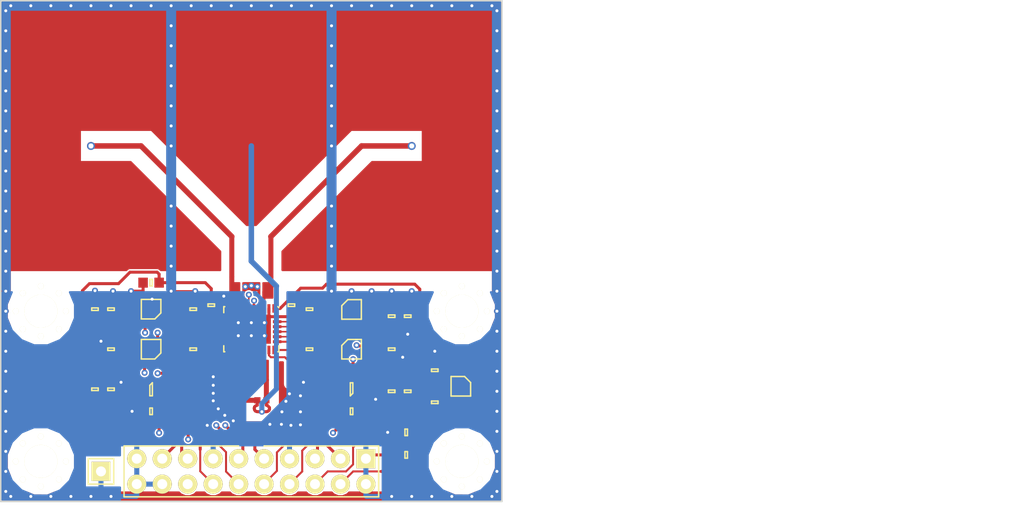
<source format=kicad_pcb>
(kicad_pcb (version 20170123) (host pcbnew no-vcs-found-01f5a12~58~ubuntu14.04.1)
  (layers (0 F.Cu signal) (1 In1.Cu signal) (2 In2.Cu signal) (31 B.Cu signal) (34 B.Paste user) (35 F.Paste user) (36 B.SilkS user) (37 F.SilkS user) (38 B.Mask user) (39 F.Mask user) (44 Edge.Cuts user))
  (net 0 "")
  (net 1 GND)
  (net 2 "Net-(IC3-Pad3)")
  (net 3 3v3)
  (net 4 "Net-(C5-Pad1)")
  (net 5 "Net-(C6-Pad2)")
  (net 6 /IFQ2_N)
  (net 7 /IFQ2_P)
  (net 8 /IFI2_P)
  (net 9 /IFI2_N)
  (net 10 "Net-(IC2-Pad16)")
  (net 11 /~CS)
  (net 12 /CLK)
  (net 13 /SI)
  (net 14 /ANA)
  (net 15 "Net-(C9-Pad2)")
  (net 16 /FREQ)
  (net 17 /IFI1_N)
  (net 18 /IFI1_P)
  (net 19 /IFQ1_P)
  (net 20 /IFQ1_N)
  (net 21 "Net-(C2-Pad1)")
  (net 22 VBATT)
  (net 23 /IFI1)
  (net 24 "Net-(IC4-Pad3)")
  (net 25 "Net-(IC4-Pad2)")
  (net 26 "Net-(IC5-Pad2)")
  (net 27 "Net-(IC5-Pad3)")
  (net 28 /IFQ1)
  (net 29 /IFI2)
  (net 30 "Net-(IC6-Pad3)")
  (net 31 "Net-(IC6-Pad2)")
  (net 32 "Net-(IC7-Pad2)")
  (net 33 "Net-(IC7-Pad3)")
  (net 34 /FINE)
  (net 35 /COARSE)
  (net 36 /IFQ2)
  (net 37 "Net-(C9-Pad1)")
  (net 38 /~SD)
  (net 39 "Net-(IC8-Pad3)")
  (net 40 /VREF2)
  (net 41 /VREF1)
  (net 42 /RX1)
  (net 43 /RX2)
  (net 44 /TX)
  (module agg:0402 (layer F.Cu) (at 71.6 93.6)
    (fp_text reference C6)
    (fp_text value 100n)
    (pad 2 smd rect (at 0.45 0) (size 0.62 0.62) (layers F.Cu F.Paste F.Mask) (net 5 "Net-(C6-Pad2)"))
    (pad 1 smd rect (at -0.45 0) (size 0.62 0.62) (layers F.Cu F.Paste F.Mask) (net 1 GND))
  )
  (module agg:0402 (layer F.Cu) (at 77.9 93.6)
    (fp_text reference C5)
    (fp_text value 100n)
    (pad 1 smd rect (at -0.45 0) (size 0.62 0.62) (layers F.Cu F.Paste F.Mask) (net 4 "Net-(C5-Pad1)"))
    (pad 2 smd rect (at 0.45 0) (size 0.62 0.62) (layers F.Cu F.Paste F.Mask) (net 1 GND))
  )
  (module agg:0402 (layer F.Cu) (at 75.8 93.6)
    (fp_text reference R1)
    (fp_text value 100)
    (pad 2 smd rect (at 0.45 0) (size 0.62 0.62) (layers F.Cu F.Paste F.Mask) (net 4 "Net-(C5-Pad1)"))
    (pad 1 smd rect (at -0.45 0) (size 0.62 0.62) (layers F.Cu F.Paste F.Mask) (net 34 /FINE))
  )
  (module agg:0402 (layer F.Cu) (at 73.7 93.6 180)
    (fp_text reference R2)
    (fp_text value 100)
    (pad 1 smd rect (at -0.45 0 180) (size 0.62 0.62) (layers F.Cu F.Paste F.Mask) (net 35 /COARSE))
    (pad 2 smd rect (at 0.45 0 180) (size 0.62 0.62) (layers F.Cu F.Paste F.Mask) (net 5 "Net-(C6-Pad2)"))
  )
  (module agg:0402 (layer F.Cu) (at 76.05 89.9)
    (fp_text reference R13)
    (fp_text value 100)
    (pad 1 smd rect (at -0.45 0) (size 0.62 0.62) (layers F.Cu F.Paste F.Mask) (net 44 /TX))
    (pad 2 smd rect (at 0.45 0) (size 0.62 0.62) (layers F.Cu F.Paste F.Mask) (net 44 /TX))
  )
  (module agg:0603 (layer F.Cu) (at 93.3 86.9 90)
    (fp_text reference C3)
    (fp_text value 1µ)
    (pad 2 smd rect (at 0.8 0 90) (size 0.95 1) (layers F.Cu F.Paste F.Mask) (net 1 GND))
    (pad 1 smd rect (at -0.8 0 90) (size 0.95 1) (layers F.Cu F.Paste F.Mask) (net 3 3v3))
  )
  (module agg:0603 (layer F.Cu) (at 79 80.4 270)
    (fp_text reference C17)
    (fp_text value 100n)
    (pad 1 smd rect (at -0.8 0 270) (size 0.95 1) (layers F.Cu F.Paste F.Mask) (net 3 3v3))
    (pad 2 smd rect (at 0.8 0 270) (size 0.95 1) (layers F.Cu F.Paste F.Mask) (net 1 GND))
  )
  (module agg:M3_MOUNT (layer F.Cu) (at 96 81)
    (fp_text reference X3 hide)
    (fp_text value M3_MOUNT hide)
    (pad "" np_thru_hole circle (at 1.8 1.8) (size 0.6 0.6) (drill 0.6) (layers *.Cu *.Mask F.SilkS))
    (pad "" np_thru_hole circle (at -1.8 1.8) (size 0.6 0.6) (drill 0.6) (layers *.Cu *.Mask F.SilkS))
    (pad "" np_thru_hole circle (at 1.8 -1.8) (size 0.6 0.6) (drill 0.6) (layers *.Cu *.Mask F.SilkS))
    (pad "" np_thru_hole circle (at -1.8 -1.8) (size 0.6 0.6) (drill 0.6) (layers *.Cu *.Mask F.SilkS))
    (pad "" np_thru_hole circle (at -2.5 0) (size 0.6 0.6) (drill 0.6) (layers *.Cu *.Mask F.SilkS))
    (pad "" np_thru_hole circle (at 0 2.5) (size 0.6 0.6) (drill 0.6) (layers *.Cu *.Mask F.SilkS))
    (pad "" np_thru_hole circle (at 2.5 0) (size 0.6 0.6) (drill 0.6) (layers *.Cu *.Mask F.SilkS))
    (pad "" np_thru_hole circle (at 0 -2.5) (size 0.6 0.6) (drill 0.6) (layers *.Cu *.Mask F.SilkS))
    (pad "" np_thru_hole circle (at 0 0) (size 3.3 3.3) (drill 3.3) (layers *.Cu *.Mask F.SilkS) (clearance 1.65))
  )
  (module agg:M3_MOUNT (layer F.Cu) (at 54 81)
    (fp_text reference X4 hide)
    (fp_text value M3_MOUNT hide)
    (pad "" np_thru_hole circle (at 0 0) (size 3.3 3.3) (drill 3.3) (layers *.Cu *.Mask F.SilkS) (clearance 1.65))
    (pad "" np_thru_hole circle (at 0 -2.5) (size 0.6 0.6) (drill 0.6) (layers *.Cu *.Mask F.SilkS))
    (pad "" np_thru_hole circle (at 2.5 0) (size 0.6 0.6) (drill 0.6) (layers *.Cu *.Mask F.SilkS))
    (pad "" np_thru_hole circle (at 0 2.5) (size 0.6 0.6) (drill 0.6) (layers *.Cu *.Mask F.SilkS))
    (pad "" np_thru_hole circle (at -2.5 0) (size 0.6 0.6) (drill 0.6) (layers *.Cu *.Mask F.SilkS))
    (pad "" np_thru_hole circle (at -1.8 -1.8) (size 0.6 0.6) (drill 0.6) (layers *.Cu *.Mask F.SilkS))
    (pad "" np_thru_hole circle (at 1.8 -1.8) (size 0.6 0.6) (drill 0.6) (layers *.Cu *.Mask F.SilkS))
    (pad "" np_thru_hole circle (at -1.8 1.8) (size 0.6 0.6) (drill 0.6) (layers *.Cu *.Mask F.SilkS))
    (pad "" np_thru_hole circle (at 1.8 1.8) (size 0.6 0.6) (drill 0.6) (layers *.Cu *.Mask F.SilkS))
  )
  (module agg:0603 (layer F.Cu) (at 61 88.8 90)
    (fp_text reference R12)
    (fp_text value 10k)
    (pad 2 smd rect (at 0.8 0 90) (size 0.95 1) (layers F.Cu F.Paste F.Mask) (net 1 GND))
    (pad 1 smd rect (at -0.8 0 90) (size 0.95 1) (layers F.Cu F.Paste F.Mask) (net 39 "Net-(IC8-Pad3)"))
  )
  (module agg:0603 (layer F.Cu) (at 59.4 88.8 270)
    (fp_text reference R11)
    (fp_text value 10k)
    (pad 1 smd rect (at -0.8 0 270) (size 0.95 1) (layers F.Cu F.Paste F.Mask) (net 3 3v3))
    (pad 2 smd rect (at 0.8 0 270) (size 0.95 1) (layers F.Cu F.Paste F.Mask) (net 39 "Net-(IC8-Pad3)"))
  )
  (module agg:0603 (layer F.Cu) (at 65 91 180)
    (fp_text reference C16)
    (fp_text value 100n)
    (pad 1 smd rect (at -0.8 0 180) (size 0.95 1) (layers F.Cu F.Paste F.Mask) (net 3 3v3))
    (pad 2 smd rect (at 0.8 0 180) (size 0.95 1) (layers F.Cu F.Paste F.Mask) (net 1 GND))
  )
  (module agg:SC-70-5 (layer F.Cu) (at 65 88.8)
    (fp_text reference IC8)
    (fp_text value AD8541)
    (pad 1 smd rect (at -1.1 -0.65) (size 0.95 0.4) (layers F.Cu F.Paste F.Mask) (net 40 /VREF2))
    (pad 2 smd rect (at -1.1 0) (size 0.95 0.4) (layers F.Cu F.Paste F.Mask) (net 1 GND))
    (pad 3 smd rect (at -1.1 0.65) (size 0.95 0.4) (layers F.Cu F.Paste F.Mask) (net 39 "Net-(IC8-Pad3)"))
    (pad 4 smd rect (at 1.1 0.65) (size 0.95 0.4) (layers F.Cu F.Paste F.Mask) (net 40 /VREF2))
    (pad 5 smd rect (at 1.1 -0.65) (size 0.95 0.4) (layers F.Cu F.Paste F.Mask) (net 3 3v3))
  )
  (module agg:0603 (layer F.Cu) (at 90.6 81.5 270)
    (fp_text reference C15)
    (fp_text value 10µ)
    (pad 1 smd rect (at -0.8 0 270) (size 0.95 1) (layers F.Cu F.Paste F.Mask) (net 3 3v3))
    (pad 2 smd rect (at 0.8 0 270) (size 0.95 1) (layers F.Cu F.Paste F.Mask) (net 1 GND))
  )
  (module agg:TESTPAD (layer F.Cu) (at 80.3 87.15)
    (fp_text reference TP1 hide)
    (fp_text value TESTPAD hide)
    (pad 1 smd circle (at 0 0) (size 0.8 0.8) (layers F.Cu F.Mask) (net 37 "Net-(C9-Pad1)"))
  )
  (module agg:SIL-254P-01 (layer F.Cu) (at 60 97)
    (fp_text reference TP2)
    (fp_text value TESTPAD hide)
    (pad 1 thru_hole rect (at 0 0) (size 1.9 1.9) (drill 1) (layers *.Cu *.Mask F.SilkS) (net 1 GND))
  )
  (module agg:M3_MOUNT (layer F.Cu) (at 96 96)
    (fp_text reference X1 hide)
    (fp_text value M3_MOUNT hide)
    (pad "" np_thru_hole circle (at 1.8 1.8) (size 0.6 0.6) (drill 0.6) (layers *.Cu *.Mask F.SilkS))
    (pad "" np_thru_hole circle (at -1.8 1.8) (size 0.6 0.6) (drill 0.6) (layers *.Cu *.Mask F.SilkS))
    (pad "" np_thru_hole circle (at 1.8 -1.8) (size 0.6 0.6) (drill 0.6) (layers *.Cu *.Mask F.SilkS))
    (pad "" np_thru_hole circle (at -1.8 -1.8) (size 0.6 0.6) (drill 0.6) (layers *.Cu *.Mask F.SilkS))
    (pad "" np_thru_hole circle (at -2.5 0) (size 0.6 0.6) (drill 0.6) (layers *.Cu *.Mask F.SilkS))
    (pad "" np_thru_hole circle (at 0 2.5) (size 0.6 0.6) (drill 0.6) (layers *.Cu *.Mask F.SilkS))
    (pad "" np_thru_hole circle (at 2.5 0) (size 0.6 0.6) (drill 0.6) (layers *.Cu *.Mask F.SilkS))
    (pad "" np_thru_hole circle (at 0 -2.5) (size 0.6 0.6) (drill 0.6) (layers *.Cu *.Mask F.SilkS))
    (pad "" np_thru_hole circle (at 0 0) (size 3.3 3.3) (drill 3.3) (layers *.Cu *.Mask F.SilkS) (clearance 1.65))
  )
  (module agg:M3_MOUNT (layer F.Cu) (at 54 96)
    (fp_text reference X2 hide)
    (fp_text value M3_MOUNT hide)
    (pad "" np_thru_hole circle (at 0 0) (size 3.3 3.3) (drill 3.3) (layers *.Cu *.Mask F.SilkS) (clearance 1.65))
    (pad "" np_thru_hole circle (at 0 -2.5) (size 0.6 0.6) (drill 0.6) (layers *.Cu *.Mask F.SilkS))
    (pad "" np_thru_hole circle (at 2.5 0) (size 0.6 0.6) (drill 0.6) (layers *.Cu *.Mask F.SilkS))
    (pad "" np_thru_hole circle (at 0 2.5) (size 0.6 0.6) (drill 0.6) (layers *.Cu *.Mask F.SilkS))
    (pad "" np_thru_hole circle (at -2.5 0) (size 0.6 0.6) (drill 0.6) (layers *.Cu *.Mask F.SilkS))
    (pad "" np_thru_hole circle (at -1.8 -1.8) (size 0.6 0.6) (drill 0.6) (layers *.Cu *.Mask F.SilkS))
    (pad "" np_thru_hole circle (at 1.8 -1.8) (size 0.6 0.6) (drill 0.6) (layers *.Cu *.Mask F.SilkS))
    (pad "" np_thru_hole circle (at -1.8 1.8) (size 0.6 0.6) (drill 0.6) (layers *.Cu *.Mask F.SilkS))
    (pad "" np_thru_hole circle (at 1.8 1.8) (size 0.6 0.6) (drill 0.6) (layers *.Cu *.Mask F.SilkS))
  )
  (module agg:0603 (layer F.Cu) (at 90.45 93.1 180)
    (fp_text reference R10)
    (fp_text value 10k)
    (pad 1 smd rect (at -0.8 0 180) (size 0.95 1) (layers F.Cu F.Paste F.Mask) (net 38 /~SD))
    (pad 2 smd rect (at 0.8 0 180) (size 0.95 1) (layers F.Cu F.Paste F.Mask) (net 1 GND))
  )
  (module agg:DIL-254P-20 (layer F.Cu) (at 75 97 180)
    (fp_text reference J1)
    (fp_text value CONN_02x10 hide)
    (pad 1 thru_hole rect (at -11.43 1.27 180) (size 1.9 1.9) (drill 1) (layers *.Cu *.Mask F.SilkS) (net 1 GND))
    (pad 2 thru_hole circle (at -11.43 -1.27 180) (size 1.9 1.9) (drill 1) (layers *.Cu *.Mask F.SilkS) (net 1 GND))
    (pad 3 thru_hole circle (at -8.89 1.27 180) (size 1.9 1.9) (drill 1) (layers *.Cu *.Mask F.SilkS) (net 23 /IFI1))
    (pad 4 thru_hole circle (at -8.89 -1.27 180) (size 1.9 1.9) (drill 1) (layers *.Cu *.Mask F.SilkS) (net 22 VBATT))
    (pad 5 thru_hole circle (at -6.35 1.27 180) (size 1.9 1.9) (drill 1) (layers *.Cu *.Mask F.SilkS) (net 28 /IFQ1))
    (pad 6 thru_hole circle (at -6.35 -1.27 180) (size 1.9 1.9) (drill 1) (layers *.Cu *.Mask F.SilkS) (net 38 /~SD))
    (pad 7 thru_hole circle (at -3.81 1.27 180) (size 1.9 1.9) (drill 1) (layers *.Cu *.Mask F.SilkS) (net 1 GND))
    (pad 8 thru_hole circle (at -3.81 -1.27 180) (size 1.9 1.9) (drill 1) (layers *.Cu *.Mask F.SilkS) (net 16 /FREQ))
    (pad 9 thru_hole circle (at -1.27 1.27 180) (size 1.9 1.9) (drill 1) (layers *.Cu *.Mask F.SilkS) (net 34 /FINE))
    (pad 10 thru_hole circle (at -1.27 -1.27 180) (size 1.9 1.9) (drill 1) (layers *.Cu *.Mask F.SilkS) (net 14 /ANA))
    (pad 11 thru_hole circle (at 1.27 1.27 180) (size 1.9 1.9) (drill 1) (layers *.Cu *.Mask F.SilkS) (net 35 /COARSE))
    (pad 12 thru_hole circle (at 1.27 -1.27 180) (size 1.9 1.9) (drill 1) (layers *.Cu *.Mask F.SilkS) (net 13 /SI))
    (pad 13 thru_hole circle (at 3.81 1.27 180) (size 1.9 1.9) (drill 1) (layers *.Cu *.Mask F.SilkS) (net 1 GND))
    (pad 14 thru_hole circle (at 3.81 -1.27 180) (size 1.9 1.9) (drill 1) (layers *.Cu *.Mask F.SilkS) (net 12 /CLK))
    (pad 15 thru_hole circle (at 6.35 1.27 180) (size 1.9 1.9) (drill 1) (layers *.Cu *.Mask F.SilkS) (net 36 /IFQ2))
    (pad 16 thru_hole circle (at 6.35 -1.27 180) (size 1.9 1.9) (drill 1) (layers *.Cu *.Mask F.SilkS) (net 11 /~CS))
    (pad 17 thru_hole circle (at 8.89 1.27 180) (size 1.9 1.9) (drill 1) (layers *.Cu *.Mask F.SilkS) (net 29 /IFI2))
    (pad 18 thru_hole circle (at 8.89 -1.27 180) (size 1.9 1.9) (drill 1) (layers *.Cu *.Mask F.SilkS) (net 1 GND))
    (pad 19 thru_hole circle (at 11.43 1.27 180) (size 1.9 1.9) (drill 1) (layers *.Cu *.Mask F.SilkS) (net 1 GND))
    (pad 20 thru_hole circle (at 11.43 -1.27 180) (size 1.9 1.9) (drill 1) (layers *.Cu *.Mask F.SilkS) (net 1 GND))
  )
  (module agg:0402 (layer F.Cu) (at 79.3 87.3 90)
    (fp_text reference R3)
    (fp_text value 50)
    (pad 2 smd rect (at 0.45 0 90) (size 0.62 0.62) (layers F.Cu F.Paste F.Mask) (net 37 "Net-(C9-Pad1)"))
    (pad 1 smd rect (at -0.45 0 90) (size 0.62 0.62) (layers F.Cu F.Paste F.Mask) (net 1 GND))
  )
  (module agg:0402 (layer F.Cu) (at 79.3 85.2 90)
    (fp_text reference C9)
    (fp_text value 1n)
    (pad 1 smd rect (at -0.45 0 90) (size 0.62 0.62) (layers F.Cu F.Paste F.Mask) (net 37 "Net-(C9-Pad1)"))
    (pad 2 smd rect (at 0.45 0 90) (size 0.62 0.62) (layers F.Cu F.Paste F.Mask) (net 15 "Net-(C9-Pad2)"))
  )
  (module agg:0603 (layer F.Cu) (at 69.2 80.8 270)
    (fp_text reference R9)
    (fp_text value 5k49)
    (pad 2 smd rect (at 0.8 0 270) (size 0.95 1) (layers F.Cu F.Paste F.Mask) (net 32 "Net-(IC7-Pad2)"))
    (pad 1 smd rect (at -0.8 0 270) (size 0.95 1) (layers F.Cu F.Paste F.Mask) (net 33 "Net-(IC7-Pad3)"))
  )
  (module agg:0603 (layer F.Cu) (at 90.6 89 90)
    (fp_text reference R4)
    (fp_text value 10k)
    (pad 2 smd rect (at 0.8 0 90) (size 0.95 1) (layers F.Cu F.Paste F.Mask) (net 2 "Net-(IC3-Pad3)"))
    (pad 1 smd rect (at -0.8 0 90) (size 0.95 1) (layers F.Cu F.Paste F.Mask) (net 3 3v3))
  )
  (module agg:0603 (layer F.Cu) (at 89 89 270)
    (fp_text reference R5)
    (fp_text value 10k)
    (pad 1 smd rect (at -0.8 0 270) (size 0.95 1) (layers F.Cu F.Paste F.Mask) (net 2 "Net-(IC3-Pad3)"))
    (pad 2 smd rect (at 0.8 0 270) (size 0.95 1) (layers F.Cu F.Paste F.Mask) (net 1 GND))
  )
  (module agg:0603 (layer F.Cu) (at 80.8 84.8 90)
    (fp_text reference R6)
    (fp_text value 5k49)
    (pad 2 smd rect (at 0.8 0 90) (size 0.95 1) (layers F.Cu F.Paste F.Mask) (net 25 "Net-(IC4-Pad2)"))
    (pad 1 smd rect (at -0.8 0 90) (size 0.95 1) (layers F.Cu F.Paste F.Mask) (net 24 "Net-(IC4-Pad3)"))
  )
  (module agg:0603 (layer F.Cu) (at 80.8 80.8 90)
    (fp_text reference R7)
    (fp_text value 5k49)
    (pad 1 smd rect (at -0.8 0 90) (size 0.95 1) (layers F.Cu F.Paste F.Mask) (net 27 "Net-(IC5-Pad3)"))
    (pad 2 smd rect (at 0.8 0 90) (size 0.95 1) (layers F.Cu F.Paste F.Mask) (net 26 "Net-(IC5-Pad2)"))
  )
  (module agg:0603 (layer F.Cu) (at 90.45 95.35 180)
    (fp_text reference C1)
    (fp_text value 1µ)
    (pad 2 smd rect (at 0.8 0 180) (size 0.95 1) (layers F.Cu F.Paste F.Mask) (net 1 GND))
    (pad 1 smd rect (at -0.8 0 180) (size 0.95 1) (layers F.Cu F.Paste F.Mask) (net 22 VBATT))
  )
  (module agg:0603 (layer F.Cu) (at 85 91)
    (fp_text reference C14)
    (fp_text value 100n)
    (pad 1 smd rect (at -0.8 0) (size 0.95 1) (layers F.Cu F.Paste F.Mask) (net 3 3v3))
    (pad 2 smd rect (at 0.8 0) (size 0.95 1) (layers F.Cu F.Paste F.Mask) (net 1 GND))
  )
  (module agg:0603 (layer F.Cu) (at 61 80.8 90)
    (fp_text reference C13)
    (fp_text value 100n)
    (pad 2 smd rect (at 0.8 0 90) (size 0.95 1) (layers F.Cu F.Paste F.Mask) (net 1 GND))
    (pad 1 smd rect (at -0.8 0 90) (size 0.95 1) (layers F.Cu F.Paste F.Mask) (net 3 3v3))
  )
  (module agg:0603 (layer F.Cu) (at 93.3 90.1 90)
    (fp_text reference C2)
    (fp_text value 1n)
    (pad 1 smd rect (at -0.8 0 90) (size 0.95 1) (layers F.Cu F.Paste F.Mask) (net 21 "Net-(C2-Pad1)"))
    (pad 2 smd rect (at 0.8 0 90) (size 0.95 1) (layers F.Cu F.Paste F.Mask) (net 3 3v3))
  )
  (module agg:0603 (layer F.Cu) (at 59.4 80.8 90)
    (fp_text reference C4)
    (fp_text value 10µ)
    (pad 1 smd rect (at -0.8 0 90) (size 0.95 1) (layers F.Cu F.Paste F.Mask) (net 3 3v3))
    (pad 2 smd rect (at 0.8 0 90) (size 0.95 1) (layers F.Cu F.Paste F.Mask) (net 1 GND))
  )
  (module agg:0603 (layer F.Cu) (at 71 80.4 270)
    (fp_text reference C7)
    (fp_text value 1µ)
    (pad 2 smd rect (at 0.8 0 270) (size 0.95 1) (layers F.Cu F.Paste F.Mask) (net 1 GND))
    (pad 1 smd rect (at -0.8 0 270) (size 0.95 1) (layers F.Cu F.Paste F.Mask) (net 3 3v3))
  )
  (module agg:0603 (layer F.Cu) (at 65 78.15 180)
    (fp_text reference C8)
    (fp_text value 100n)
    (pad 1 smd rect (at -0.8 0 180) (size 0.95 1) (layers F.Cu F.Paste F.Mask) (net 3 3v3))
    (pad 2 smd rect (at 0.8 0 180) (size 0.95 1) (layers F.Cu F.Paste F.Mask) (net 1 GND))
  )
  (module agg:0603 (layer F.Cu) (at 89 84.8 270)
    (fp_text reference C10)
    (fp_text value 100n)
    (pad 2 smd rect (at 0.8 0 270) (size 0.95 1) (layers F.Cu F.Paste F.Mask) (net 1 GND))
    (pad 1 smd rect (at -0.8 0 270) (size 0.95 1) (layers F.Cu F.Paste F.Mask) (net 3 3v3))
  )
  (module agg:0603 (layer F.Cu) (at 89 81.5 270)
    (fp_text reference C11)
    (fp_text value 100n)
    (pad 1 smd rect (at -0.8 0 270) (size 0.95 1) (layers F.Cu F.Paste F.Mask) (net 3 3v3))
    (pad 2 smd rect (at 0.8 0 270) (size 0.95 1) (layers F.Cu F.Paste F.Mask) (net 1 GND))
  )
  (module agg:0603 (layer F.Cu) (at 69.2 84.8 270)
    (fp_text reference R8)
    (fp_text value 5k49)
    (pad 2 smd rect (at 0.8 0 270) (size 0.95 1) (layers F.Cu F.Paste F.Mask) (net 31 "Net-(IC6-Pad2)"))
    (pad 1 smd rect (at -0.8 0 270) (size 0.95 1) (layers F.Cu F.Paste F.Mask) (net 30 "Net-(IC6-Pad3)"))
  )
  (module agg:0603 (layer F.Cu) (at 61 84.8 90)
    (fp_text reference C12)
    (fp_text value 100n)
    (pad 1 smd rect (at -0.8 0 90) (size 0.95 1) (layers F.Cu F.Paste F.Mask) (net 3 3v3))
    (pad 2 smd rect (at 0.8 0 90) (size 0.95 1) (layers F.Cu F.Paste F.Mask) (net 1 GND))
  )
  (module agg:MSOP-8 (layer F.Cu) (at 65 80.8 180)
    (fp_text reference IC7)
    (fp_text value AD8226)
    (pad 1 smd rect (at -2.2 -0.975 180) (size 1.45 0.45) (layers F.Cu F.Paste F.Mask) (net 6 /IFQ2_N))
    (pad 2 smd rect (at -2.2 -0.325 180) (size 1.45 0.45) (layers F.Cu F.Paste F.Mask) (net 32 "Net-(IC7-Pad2)"))
    (pad 3 smd rect (at -2.2 0.325 180) (size 1.45 0.45) (layers F.Cu F.Paste F.Mask) (net 33 "Net-(IC7-Pad3)"))
    (pad 4 smd rect (at -2.2 0.975 180) (size 1.45 0.45) (layers F.Cu F.Paste F.Mask) (net 7 /IFQ2_P))
    (pad 5 smd rect (at 2.2 0.975 180) (size 1.45 0.45) (layers F.Cu F.Paste F.Mask) (net 1 GND))
    (pad 6 smd rect (at 2.2 0.325 180) (size 1.45 0.45) (layers F.Cu F.Paste F.Mask) (net 40 /VREF2))
    (pad 7 smd rect (at 2.2 -0.325 180) (size 1.45 0.45) (layers F.Cu F.Paste F.Mask) (net 36 /IFQ2))
    (pad 8 smd rect (at 2.2 -0.975 180) (size 1.45 0.45) (layers F.Cu F.Paste F.Mask) (net 3 3v3))
  )
  (module agg:MSOP-8 (layer F.Cu) (at 65 84.8 180)
    (fp_text reference IC6)
    (fp_text value AD8226)
    (pad 8 smd rect (at 2.2 -0.975 180) (size 1.45 0.45) (layers F.Cu F.Paste F.Mask) (net 3 3v3))
    (pad 7 smd rect (at 2.2 -0.325 180) (size 1.45 0.45) (layers F.Cu F.Paste F.Mask) (net 29 /IFI2))
    (pad 6 smd rect (at 2.2 0.325 180) (size 1.45 0.45) (layers F.Cu F.Paste F.Mask) (net 40 /VREF2))
    (pad 5 smd rect (at 2.2 0.975 180) (size 1.45 0.45) (layers F.Cu F.Paste F.Mask) (net 1 GND))
    (pad 4 smd rect (at -2.2 0.975 180) (size 1.45 0.45) (layers F.Cu F.Paste F.Mask) (net 8 /IFI2_P))
    (pad 3 smd rect (at -2.2 0.325 180) (size 1.45 0.45) (layers F.Cu F.Paste F.Mask) (net 30 "Net-(IC6-Pad3)"))
    (pad 2 smd rect (at -2.2 -0.325 180) (size 1.45 0.45) (layers F.Cu F.Paste F.Mask) (net 31 "Net-(IC6-Pad2)"))
    (pad 1 smd rect (at -2.2 -0.975 180) (size 1.45 0.45) (layers F.Cu F.Paste F.Mask) (net 9 /IFI2_N))
  )
  (module agg:MSOP-8 (layer F.Cu) (at 85 80.825)
    (fp_text reference IC5)
    (fp_text value AD8226)
    (pad 1 smd rect (at -2.2 -0.975) (size 1.45 0.45) (layers F.Cu F.Paste F.Mask) (net 20 /IFQ1_N))
    (pad 2 smd rect (at -2.2 -0.325) (size 1.45 0.45) (layers F.Cu F.Paste F.Mask) (net 26 "Net-(IC5-Pad2)"))
    (pad 3 smd rect (at -2.2 0.325) (size 1.45 0.45) (layers F.Cu F.Paste F.Mask) (net 27 "Net-(IC5-Pad3)"))
    (pad 4 smd rect (at -2.2 0.975) (size 1.45 0.45) (layers F.Cu F.Paste F.Mask) (net 19 /IFQ1_P))
    (pad 5 smd rect (at 2.2 0.975) (size 1.45 0.45) (layers F.Cu F.Paste F.Mask) (net 1 GND))
    (pad 6 smd rect (at 2.2 0.325) (size 1.45 0.45) (layers F.Cu F.Paste F.Mask) (net 41 /VREF1))
    (pad 7 smd rect (at 2.2 -0.325) (size 1.45 0.45) (layers F.Cu F.Paste F.Mask) (net 28 /IFQ1))
    (pad 8 smd rect (at 2.2 -0.975) (size 1.45 0.45) (layers F.Cu F.Paste F.Mask) (net 3 3v3))
  )
  (module agg:MSOP-8 (layer F.Cu) (at 85 84.8)
    (fp_text reference IC4)
    (fp_text value AD8226)
    (pad 8 smd rect (at 2.2 -0.975) (size 1.45 0.45) (layers F.Cu F.Paste F.Mask) (net 3 3v3))
    (pad 7 smd rect (at 2.2 -0.325) (size 1.45 0.45) (layers F.Cu F.Paste F.Mask) (net 23 /IFI1))
    (pad 6 smd rect (at 2.2 0.325) (size 1.45 0.45) (layers F.Cu F.Paste F.Mask) (net 41 /VREF1))
    (pad 5 smd rect (at 2.2 0.975) (size 1.45 0.45) (layers F.Cu F.Paste F.Mask) (net 1 GND))
    (pad 4 smd rect (at -2.2 0.975) (size 1.45 0.45) (layers F.Cu F.Paste F.Mask) (net 18 /IFI1_P))
    (pad 3 smd rect (at -2.2 0.325) (size 1.45 0.45) (layers F.Cu F.Paste F.Mask) (net 24 "Net-(IC4-Pad3)"))
    (pad 2 smd rect (at -2.2 -0.325) (size 1.45 0.45) (layers F.Cu F.Paste F.Mask) (net 25 "Net-(IC4-Pad2)"))
    (pad 1 smd rect (at -2.2 -0.975) (size 1.45 0.45) (layers F.Cu F.Paste F.Mask) (net 17 /IFI1_N))
  )
  (module agg:MSOP-8 (layer F.Cu) (at 95.9 88.5 270)
    (fp_text reference IC1)
    (fp_text value ADP3335)
    (pad 1 smd rect (at -2.2 -0.975 270) (size 1.45 0.45) (layers F.Cu F.Paste F.Mask) (net 3 3v3))
    (pad 2 smd rect (at -2.2 -0.325 270) (size 1.45 0.45) (layers F.Cu F.Paste F.Mask) (net 3 3v3))
    (pad 3 smd rect (at -2.2 0.325 270) (size 1.45 0.45) (layers F.Cu F.Paste F.Mask) (net 3 3v3))
    (pad 4 smd rect (at -2.2 0.975 270) (size 1.45 0.45) (layers F.Cu F.Paste F.Mask) (net 1 GND))
    (pad 5 smd rect (at 2.2 0.975 270) (size 1.45 0.45) (layers F.Cu F.Paste F.Mask) (net 21 "Net-(C2-Pad1)"))
    (pad 6 smd rect (at 2.2 0.325 270) (size 1.45 0.45) (layers F.Cu F.Paste F.Mask) (net 38 /~SD))
    (pad 7 smd rect (at 2.2 -0.325 270) (size 1.45 0.45) (layers F.Cu F.Paste F.Mask) (net 22 VBATT))
    (pad 8 smd rect (at 2.2 -0.975 270) (size 1.45 0.45) (layers F.Cu F.Paste F.Mask) (net 22 VBATT))
  )
  (module agg:QFN-32-BGT24MTR (layer F.Cu) (at 75 82.8 270)
    (fp_text reference IC2)
    (fp_text value BGT24MTR12)
    (pad 1 smd rect (at -2.075 -2.25 270) (size 0.85 0.3) (layers F.Cu F.Paste F.Mask) (net 3 3v3))
    (pad 2 smd rect (at -2.075 -1.75 270) (size 0.85 0.3) (layers F.Cu F.Paste F.Mask) (net 1 GND))
    (pad 3 smd rect (at -2.075 -1.25 270) (size 0.85 0.3) (layers F.Cu F.Paste F.Mask) (net 42 /RX1))
    (pad 4 smd rect (at -2.075 -0.75 270) (size 0.85 0.3) (layers F.Cu F.Paste F.Mask) (net 1 GND))
    (pad 5 smd rect (at -2.075 -0.25 270) (size 0.85 0.3) (layers F.Cu F.Paste F.Mask) (net 4 "Net-(C5-Pad1)"))
    (pad 6 smd rect (at -2.075 0.25 270) (size 0.85 0.3) (layers F.Cu F.Paste F.Mask) (net 5 "Net-(C6-Pad2)"))
    (pad 7 smd rect (at -2.075 0.75 270) (size 0.85 0.3) (layers F.Cu F.Paste F.Mask) (net 1 GND))
    (pad 8 smd rect (at -2.075 1.25 270) (size 0.85 0.3) (layers F.Cu F.Paste F.Mask) (net 43 /RX2))
    (pad 9 smd rect (at -2.075 1.75 270) (size 0.85 0.3) (layers F.Cu F.Paste F.Mask) (net 1 GND))
    (pad 10 smd rect (at -2.075 2.25 270) (size 0.85 0.3) (layers F.Cu F.Paste F.Mask) (net 3 3v3))
    (pad 11 smd rect (at -1.25 2.575 270) (size 0.3 0.85) (layers F.Cu F.Paste F.Mask) (net 1 GND))
    (pad 12 smd rect (at -0.75 2.575 270) (size 0.3 0.85) (layers F.Cu F.Paste F.Mask) (net 6 /IFQ2_N))
    (pad 13 smd rect (at -0.25 2.575 270) (size 0.3 0.85) (layers F.Cu F.Paste F.Mask) (net 7 /IFQ2_P))
    (pad 14 smd rect (at 0.25 2.575 270) (size 0.3 0.85) (layers F.Cu F.Paste F.Mask) (net 8 /IFI2_P))
    (pad 15 smd rect (at 0.75 2.575 270) (size 0.3 0.85) (layers F.Cu F.Paste F.Mask) (net 9 /IFI2_N))
    (pad 16 smd rect (at 1.25 2.575 270) (size 0.3 0.85) (layers F.Cu F.Paste F.Mask) (net 10 "Net-(IC2-Pad16)"))
    (pad 17 smd rect (at 2.075 2.25 270) (size 0.85 0.3) (layers F.Cu F.Paste F.Mask) (net 10 "Net-(IC2-Pad16)"))
    (pad 18 smd rect (at 2.075 1.75 270) (size 0.85 0.3) (layers F.Cu F.Paste F.Mask) (net 11 /~CS))
    (pad 19 smd rect (at 2.075 1.25 270) (size 0.85 0.3) (layers F.Cu F.Paste F.Mask) (net 12 /CLK))
    (pad 20 smd rect (at 2.075 0.75 270) (size 0.85 0.3) (layers F.Cu F.Paste F.Mask) (net 13 /SI))
    (pad 21 smd rect (at 2.075 0.25 270) (size 0.85 0.3) (layers F.Cu F.Paste F.Mask) (net 1 GND))
    (pad 22 smd rect (at 2.075 -0.25 270) (size 0.85 0.3) (layers F.Cu F.Paste F.Mask) (net 44 /TX))
    (pad 23 smd rect (at 2.075 -0.75 270) (size 0.85 0.3) (layers F.Cu F.Paste F.Mask) (net 44 /TX))
    (pad 24 smd rect (at 2.075 -1.25 270) (size 0.85 0.3) (layers F.Cu F.Paste F.Mask) (net 1 GND))
    (pad 25 smd rect (at 2.075 -1.75 270) (size 0.85 0.3) (layers F.Cu F.Paste F.Mask) (net 14 /ANA))
    (pad 26 smd rect (at 2.075 -2.25 270) (size 0.85 0.3) (layers F.Cu F.Paste F.Mask) (net 15 "Net-(C9-Pad2)"))
    (pad 27 smd rect (at 1.25 -2.575 270) (size 0.3 0.85) (layers F.Cu F.Paste F.Mask) (net 16 /FREQ))
    (pad 28 smd rect (at 0.75 -2.575 270) (size 0.3 0.85) (layers F.Cu F.Paste F.Mask) (net 17 /IFI1_N))
    (pad 29 smd rect (at 0.25 -2.575 270) (size 0.3 0.85) (layers F.Cu F.Paste F.Mask) (net 18 /IFI1_P))
    (pad 30 smd rect (at -0.25 -2.575 270) (size 0.3 0.85) (layers F.Cu F.Paste F.Mask) (net 19 /IFQ1_P))
    (pad 31 smd rect (at -0.75 -2.575 270) (size 0.3 0.85) (layers F.Cu F.Paste F.Mask) (net 20 /IFQ1_N))
    (pad 32 smd rect (at -1.25 -2.575 270) (size 0.3 0.85) (layers F.Cu F.Paste F.Mask) (net 1 GND))
    (pad EP thru_hole circle (at -0.65 -1.3 270) (size 0.6 0.6) (drill 0.3) (layers *.Cu) (net 1 GND))
    (pad EP thru_hole circle (at -0.65 0 270) (size 0.6 0.6) (drill 0.3) (layers *.Cu) (net 1 GND))
    (pad EP thru_hole circle (at -0.65 1.3 270) (size 0.6 0.6) (drill 0.3) (layers *.Cu) (net 1 GND))
    (pad EP thru_hole circle (at 0.65 -1.3 270) (size 0.6 0.6) (drill 0.3) (layers *.Cu) (net 1 GND))
    (pad EP thru_hole circle (at 0.65 0 270) (size 0.6 0.6) (drill 0.3) (layers *.Cu) (net 1 GND))
    (pad EP thru_hole circle (at 0.65 1.3 270) (size 0.6 0.6) (drill 0.3) (layers *.Cu) (net 1 GND))
    (pad EP smd rect (at 0 0 270) (size 2.9 3.9) (layers F.Cu F.Mask) (net 1 GND))
  )
  (module agg:SC-70-5 (layer F.Cu) (at 85 88.8 180)
    (fp_text reference IC3)
    (fp_text value AD8541)
    (pad 1 smd rect (at -1.1 -0.65 180) (size 0.95 0.4) (layers F.Cu F.Paste F.Mask) (net 41 /VREF1))
    (pad 2 smd rect (at -1.1 0 180) (size 0.95 0.4) (layers F.Cu F.Paste F.Mask) (net 1 GND))
    (pad 3 smd rect (at -1.1 0.65 180) (size 0.95 0.4) (layers F.Cu F.Paste F.Mask) (net 2 "Net-(IC3-Pad3)"))
    (pad 4 smd rect (at 1.1 0.65 180) (size 0.95 0.4) (layers F.Cu F.Paste F.Mask) (net 41 /VREF1))
    (pad 5 smd rect (at 1.1 -0.65 180) (size 0.95 0.4) (layers F.Cu F.Paste F.Mask) (net 3 3v3))
  )
  (gr_line (start 50 50) (end 50 50) (layer Edge.Cuts) (width 0.15))
  (gr_line (start 100 50) (end 50 50) (layer Edge.Cuts) (width 0.15))
  (gr_line (start 100 100) (end 100 50) (layer Edge.Cuts) (width 0.15))
  (gr_line (start 50 100) (end 100 100) (layer Edge.Cuts) (width 0.15))
  (gr_line (start 50 50) (end 50 100) (layer Edge.Cuts) (width 0.15))
  (segment (start 73.2 91.95) (end 72.9 91.95) (width 0.2) (layer F.Cu) (net 1))
  (segment (start 72.9 91.95) (end 72.35 91.4) (width 0.2) (layer F.Cu) (net 1))
  (segment (start 86.43 93.57) (end 88.13 93.57) (width 0.5) (layer B.Cu) (net 1))
  (segment (start 88.13 93.57) (end 88.6 93.1) (width 0.5) (layer B.Cu) (net 1))
  (segment (start 86.43 95.73) (end 86.43 93.57) (width 0.5) (layer B.Cu) (net 1))
  (segment (start 63.57 95.73) (end 63.57 91.47) (width 0.5) (layer B.Cu) (net 1))
  (segment (start 63.57 91.47) (end 63.1 91) (width 0.5) (layer B.Cu) (net 1))
  (segment (start 71.19 93.69) (end 70.6 93.1) (width 0.5) (layer B.Cu) (net 1))
  (segment (start 70.6 93.1) (end 70.6 92.4) (width 0.5) (layer B.Cu) (net 1))
  (segment (start 71.19 95.73) (end 71.19 93.69) (width 0.5) (layer B.Cu) (net 1))
  (segment (start 78.81 95.73) (end 78.81 92.54) (width 0.5) (layer B.Cu) (net 1))
  (segment (start 78.81 92.54) (end 78.95 92.4) (width 0.5) (layer B.Cu) (net 1))
  (segment (start 86.43 99.43) (end 86.5 99.5) (width 0.5) (layer B.Cu) (net 1))
  (segment (start 86.5 99.5) (end 89 99.5) (width 0.5) (layer B.Cu) (net 1))
  (segment (start 86.43 98.27) (end 86.43 99.43) (width 0.5) (layer B.Cu) (net 1))
  (segment (start 86.43 95.73) (end 86.43 98.27) (width 0.5) (layer B.Cu) (net 1))
  (segment (start 63.57 98.27) (end 66.11 98.27) (width 0.5) (layer B.Cu) (net 1))
  (segment (start 63.57 98.27) (end 63.57 95.73) (width 0.5) (layer B.Cu) (net 1))
  (segment (start 63.57 99.43) (end 63.5 99.5) (width 0.5) (layer B.Cu) (net 1))
  (segment (start 63.5 99.5) (end 61 99.5) (width 0.5) (layer B.Cu) (net 1))
  (segment (start 63.57 98.27) (end 63.57 99.43) (width 0.5) (layer B.Cu) (net 1))
  (segment (start 60 97) (end 60 99.5) (width 0.5) (layer B.Cu) (net 1))
  (segment (start 60 99.5) (end 61 99.5) (width 0.5) (layer B.Cu) (net 1))
  (segment (start 64.15 79) (end 63 79) (width 0.3) (layer F.Cu) (net 1))
  (segment (start 64.2 78.15) (end 64.2 78.95) (width 0.3) (layer F.Cu) (net 1))
  (segment (start 64.2 78.95) (end 64.15 79) (width 0.3) (layer F.Cu) (net 1))
  (via (at 63 79) (size 0.6) (drill 0.3) (layers F.Cu B.Cu) (net 1))
  (via (at 91 79) (size 0.6) (drill 0.3) (layers F.Cu B.Cu) (net 1))
  (via (at 89 79) (size 0.6) (drill 0.3) (layers F.Cu B.Cu) (net 1))
  (via (at 87 79) (size 0.6) (drill 0.3) (layers F.Cu B.Cu) (net 1))
  (via (at 85 79) (size 0.6) (drill 0.3) (layers F.Cu B.Cu) (net 1))
  (via (at 83 79) (size 0.6) (drill 0.3) (layers F.Cu B.Cu) (net 1))
  (via (at 61.2 79) (size 0.6) (drill 0.3) (layers F.Cu B.Cu) (net 1))
  (segment (start 67 79) (end 69.4 79) (width 0.2) (layer F.Cu) (net 1))
  (via (at 69.4 79) (size 0.6) (drill 0.3) (layers F.Cu B.Cu) (net 1))
  (via (at 67 79) (size 0.6) (drill 0.3) (layers F.Cu B.Cu) (net 1))
  (via (at 65.1 79.8) (size 0.6) (drill 0.3) (layers F.Cu B.Cu) (net 1))
  (via (at 72.25 79.5) (size 0.6) (drill 0.3) (layers F.Cu B.Cu) (net 1))
  (segment (start 90.6 82.3) (end 90.6 83.3) (width 0.3) (layer F.Cu) (net 1))
  (via (at 90.6 83.3) (size 0.6) (drill 0.3) (layers F.Cu B.Cu) (net 1))
  (segment (start 89 82.3) (end 90.6 82.3) (width 0.3) (layer F.Cu) (net 1))
  (segment (start 87.2 81.8) (end 88.5 81.8) (width 0.3) (layer F.Cu) (net 1))
  (segment (start 88.5 81.8) (end 89 82.3) (width 0.3) (layer F.Cu) (net 1))
  (segment (start 83 74.5) (end 83 76.5) (width 0.3) (layer F.Cu) (net 1))
  (via (at 83 76.5) (size 0.6) (drill 0.3) (layers F.Cu B.Cu) (net 1))
  (via (at 83 74.5) (size 0.6) (drill 0.3) (layers F.Cu B.Cu) (net 1))
  (segment (start 83 70.5) (end 83 72.5) (width 0.3) (layer F.Cu) (net 1))
  (via (at 83 72.5) (size 0.6) (drill 0.3) (layers F.Cu B.Cu) (net 1))
  (via (at 83 70.5) (size 0.6) (drill 0.3) (layers F.Cu B.Cu) (net 1))
  (segment (start 67 72.5) (end 67 70.5) (width 0.3) (layer F.Cu) (net 1))
  (via (at 67 70.5) (size 0.6) (drill 0.3) (layers F.Cu B.Cu) (net 1))
  (via (at 67 72.5) (size 0.6) (drill 0.3) (layers F.Cu B.Cu) (net 1))
  (segment (start 67 76.5) (end 67 74.5) (width 0.3) (layer F.Cu) (net 1))
  (via (at 67 74.5) (size 0.6) (drill 0.3) (layers F.Cu B.Cu) (net 1))
  (via (at 67 76.5) (size 0.6) (drill 0.3) (layers F.Cu B.Cu) (net 1))
  (segment (start 83 62.5) (end 83 64.5) (width 0.3) (layer F.Cu) (net 1))
  (via (at 83 64.5) (size 0.6) (drill 0.3) (layers F.Cu B.Cu) (net 1))
  (via (at 83 62.5) (size 0.6) (drill 0.3) (layers F.Cu B.Cu) (net 1))
  (segment (start 83 58.5) (end 83 60.5) (width 0.3) (layer F.Cu) (net 1))
  (via (at 83 60.5) (size 0.6) (drill 0.3) (layers F.Cu B.Cu) (net 1))
  (via (at 83 58.5) (size 0.6) (drill 0.3) (layers F.Cu B.Cu) (net 1))
  (segment (start 83 54.5) (end 83 56.5) (width 0.3) (layer F.Cu) (net 1))
  (via (at 83 56.5) (size 0.6) (drill 0.3) (layers F.Cu B.Cu) (net 1))
  (via (at 83 54.5) (size 0.6) (drill 0.3) (layers F.Cu B.Cu) (net 1))
  (segment (start 83 50.5) (end 83 52.5) (width 0.3) (layer F.Cu) (net 1))
  (via (at 83 52.5) (size 0.6) (drill 0.3) (layers F.Cu B.Cu) (net 1))
  (segment (start 67 62.5) (end 67 64.5) (width 0.3) (layer F.Cu) (net 1))
  (via (at 67 64.5) (size 0.6) (drill 0.3) (layers F.Cu B.Cu) (net 1))
  (via (at 67 62.5) (size 0.6) (drill 0.3) (layers F.Cu B.Cu) (net 1))
  (segment (start 67 58.5) (end 67 60.5) (width 0.3) (layer F.Cu) (net 1))
  (via (at 67 60.5) (size 0.6) (drill 0.3) (layers F.Cu B.Cu) (net 1))
  (via (at 67 58.5) (size 0.6) (drill 0.3) (layers F.Cu B.Cu) (net 1))
  (segment (start 67 54.5) (end 67 56.5) (width 0.3) (layer F.Cu) (net 1))
  (via (at 67 56.5) (size 0.6) (drill 0.3) (layers F.Cu B.Cu) (net 1))
  (via (at 67 54.5) (size 0.6) (drill 0.3) (layers F.Cu B.Cu) (net 1))
  (segment (start 67 50.5) (end 67 52.5) (width 0.3) (layer F.Cu) (net 1))
  (via (at 67 52.5) (size 0.6) (drill 0.3) (layers F.Cu B.Cu) (net 1))
  (segment (start 91 99.5) (end 89 99.5) (width 0.2) (layer F.Cu) (net 1))
  (via (at 89 99.5) (size 0.6) (drill 0.3) (layers F.Cu B.Cu) (net 1))
  (via (at 91 99.5) (size 0.6) (drill 0.3) (layers F.Cu B.Cu) (net 1))
  (segment (start 95 99.5) (end 93 99.5) (width 0.2) (layer F.Cu) (net 1))
  (via (at 93 99.5) (size 0.6) (drill 0.3) (layers F.Cu B.Cu) (net 1))
  (via (at 95 99.5) (size 0.6) (drill 0.3) (layers F.Cu B.Cu) (net 1))
  (segment (start 99 99.5) (end 97 99.5) (width 0.2) (layer F.Cu) (net 1))
  (via (at 97 99.5) (size 0.6) (drill 0.3) (layers F.Cu B.Cu) (net 1))
  (via (at 99 99.5) (size 0.6) (drill 0.3) (layers F.Cu B.Cu) (net 1))
  (segment (start 99.5 97) (end 99.5 99) (width 0.2) (layer F.Cu) (net 1))
  (via (at 99.5 99) (size 0.6) (drill 0.3) (layers F.Cu B.Cu) (net 1))
  (via (at 99.5 97) (size 0.6) (drill 0.3) (layers F.Cu B.Cu) (net 1))
  (segment (start 99.5 93) (end 99.5 95) (width 0.2) (layer F.Cu) (net 1))
  (via (at 99.5 95) (size 0.6) (drill 0.3) (layers F.Cu B.Cu) (net 1))
  (via (at 99.5 93) (size 0.6) (drill 0.3) (layers F.Cu B.Cu) (net 1))
  (segment (start 99.5 89) (end 99.5 91) (width 0.2) (layer F.Cu) (net 1))
  (via (at 99.5 91) (size 0.6) (drill 0.3) (layers F.Cu B.Cu) (net 1))
  (via (at 99.5 89) (size 0.6) (drill 0.3) (layers F.Cu B.Cu) (net 1))
  (segment (start 99.5 85) (end 99.5 87) (width 0.2) (layer F.Cu) (net 1))
  (via (at 99.5 87) (size 0.6) (drill 0.3) (layers F.Cu B.Cu) (net 1))
  (via (at 99.5 85) (size 0.6) (drill 0.3) (layers F.Cu B.Cu) (net 1))
  (segment (start 99.5 81) (end 99.5 83) (width 0.2) (layer F.Cu) (net 1))
  (via (at 99.5 83) (size 0.6) (drill 0.3) (layers F.Cu B.Cu) (net 1))
  (via (at 99.5 81) (size 0.6) (drill 0.3) (layers F.Cu B.Cu) (net 1))
  (segment (start 99.5 77) (end 99.5 79) (width 0.2) (layer F.Cu) (net 1))
  (via (at 99.5 79) (size 0.6) (drill 0.3) (layers F.Cu B.Cu) (net 1))
  (via (at 61 99.5) (size 0.6) (drill 0.3) (layers F.Cu B.Cu) (net 1))
  (segment (start 57 99.5) (end 59 99.5) (width 0.2) (layer F.Cu) (net 1))
  (via (at 59 99.5) (size 0.6) (drill 0.3) (layers F.Cu B.Cu) (net 1))
  (via (at 57 99.5) (size 0.6) (drill 0.3) (layers F.Cu B.Cu) (net 1))
  (segment (start 53 99.5) (end 55 99.5) (width 0.2) (layer F.Cu) (net 1))
  (via (at 55 99.5) (size 0.6) (drill 0.3) (layers F.Cu B.Cu) (net 1))
  (via (at 53 99.5) (size 0.6) (drill 0.3) (layers F.Cu B.Cu) (net 1))
  (segment (start 50.5 99) (end 51 99.5) (width 0.2) (layer F.Cu) (net 1))
  (via (at 51 99.5) (size 0.6) (drill 0.3) (layers F.Cu B.Cu) (net 1))
  (via (at 50.5 99) (size 0.6) (drill 0.3) (layers F.Cu B.Cu) (net 1))
  (segment (start 50.5 95) (end 50.5 97) (width 0.2) (layer F.Cu) (net 1))
  (via (at 50.5 97) (size 0.6) (drill 0.3) (layers F.Cu B.Cu) (net 1))
  (via (at 50.5 95) (size 0.6) (drill 0.3) (layers F.Cu B.Cu) (net 1))
  (segment (start 50.5 91) (end 50.5 93) (width 0.2) (layer F.Cu) (net 1))
  (via (at 50.5 93) (size 0.6) (drill 0.3) (layers F.Cu B.Cu) (net 1))
  (via (at 50.5 91) (size 0.6) (drill 0.3) (layers F.Cu B.Cu) (net 1))
  (segment (start 50.5 87) (end 50.5 89) (width 0.2) (layer F.Cu) (net 1))
  (via (at 50.5 89) (size 0.6) (drill 0.3) (layers F.Cu B.Cu) (net 1))
  (via (at 50.5 87) (size 0.6) (drill 0.3) (layers F.Cu B.Cu) (net 1))
  (segment (start 50.5 83) (end 50.5 85) (width 0.2) (layer F.Cu) (net 1))
  (via (at 50.5 85) (size 0.6) (drill 0.3) (layers F.Cu B.Cu) (net 1))
  (via (at 50.5 83) (size 0.6) (drill 0.3) (layers F.Cu B.Cu) (net 1))
  (segment (start 50.5 79) (end 50.5 81) (width 0.2) (layer F.Cu) (net 1))
  (via (at 50.5 81) (size 0.6) (drill 0.3) (layers F.Cu B.Cu) (net 1))
  (via (at 50.5 79) (size 0.6) (drill 0.3) (layers F.Cu B.Cu) (net 1))
  (via (at 99.5 77) (size 0.6) (drill 0.3) (layers F.Cu B.Cu) (net 1))
  (segment (start 99.5 73) (end 99.5 75) (width 0.2) (layer F.Cu) (net 1))
  (via (at 99.5 75) (size 0.6) (drill 0.3) (layers F.Cu B.Cu) (net 1))
  (via (at 99.5 73) (size 0.6) (drill 0.3) (layers F.Cu B.Cu) (net 1))
  (segment (start 99.5 69) (end 99.5 71) (width 0.2) (layer F.Cu) (net 1))
  (via (at 99.5 71) (size 0.6) (drill 0.3) (layers F.Cu B.Cu) (net 1))
  (via (at 99.5 69) (size 0.6) (drill 0.3) (layers F.Cu B.Cu) (net 1))
  (segment (start 99.5 65) (end 99.5 67) (width 0.2) (layer F.Cu) (net 1))
  (via (at 99.5 67) (size 0.6) (drill 0.3) (layers F.Cu B.Cu) (net 1))
  (via (at 99.5 65) (size 0.6) (drill 0.3) (layers F.Cu B.Cu) (net 1))
  (segment (start 99.5 61) (end 99.5 63) (width 0.2) (layer F.Cu) (net 1))
  (via (at 99.5 63) (size 0.6) (drill 0.3) (layers F.Cu B.Cu) (net 1))
  (via (at 99.5 61) (size 0.6) (drill 0.3) (layers F.Cu B.Cu) (net 1))
  (segment (start 99.5 57) (end 99.5 59) (width 0.2) (layer F.Cu) (net 1))
  (via (at 99.5 59) (size 0.6) (drill 0.3) (layers F.Cu B.Cu) (net 1))
  (via (at 99.5 57) (size 0.6) (drill 0.3) (layers F.Cu B.Cu) (net 1))
  (segment (start 99.5 53) (end 99.5 55) (width 0.2) (layer F.Cu) (net 1))
  (via (at 99.5 55) (size 0.6) (drill 0.3) (layers F.Cu B.Cu) (net 1))
  (via (at 99.5 53) (size 0.6) (drill 0.3) (layers F.Cu B.Cu) (net 1))
  (segment (start 99 50.5) (end 99.5 51) (width 0.2) (layer F.Cu) (net 1))
  (via (at 99.5 51) (size 0.6) (drill 0.3) (layers F.Cu B.Cu) (net 1))
  (via (at 99 50.5) (size 0.6) (drill 0.3) (layers F.Cu B.Cu) (net 1))
  (segment (start 95 50.5) (end 97 50.5) (width 0.2) (layer F.Cu) (net 1))
  (via (at 97 50.5) (size 0.6) (drill 0.3) (layers F.Cu B.Cu) (net 1))
  (via (at 95 50.5) (size 0.6) (drill 0.3) (layers F.Cu B.Cu) (net 1))
  (segment (start 91 50.5) (end 93 50.5) (width 0.2) (layer F.Cu) (net 1))
  (via (at 93 50.5) (size 0.6) (drill 0.3) (layers F.Cu B.Cu) (net 1))
  (via (at 91 50.5) (size 0.6) (drill 0.3) (layers F.Cu B.Cu) (net 1))
  (segment (start 87 50.5) (end 89 50.5) (width 0.2) (layer F.Cu) (net 1))
  (via (at 89 50.5) (size 0.6) (drill 0.3) (layers F.Cu B.Cu) (net 1))
  (via (at 87 50.5) (size 0.6) (drill 0.3) (layers F.Cu B.Cu) (net 1))
  (segment (start 83 50.5) (end 85 50.5) (width 0.2) (layer F.Cu) (net 1))
  (via (at 85 50.5) (size 0.6) (drill 0.3) (layers F.Cu B.Cu) (net 1))
  (via (at 83 50.5) (size 0.6) (drill 0.3) (layers F.Cu B.Cu) (net 1))
  (segment (start 79 50.5) (end 81 50.5) (width 0.2) (layer F.Cu) (net 1))
  (via (at 81 50.5) (size 0.6) (drill 0.3) (layers F.Cu B.Cu) (net 1))
  (via (at 79 50.5) (size 0.6) (drill 0.3) (layers F.Cu B.Cu) (net 1))
  (segment (start 75 50.5) (end 77 50.5) (width 0.2) (layer F.Cu) (net 1))
  (via (at 77 50.5) (size 0.6) (drill 0.3) (layers F.Cu B.Cu) (net 1))
  (via (at 75 50.5) (size 0.6) (drill 0.3) (layers F.Cu B.Cu) (net 1))
  (segment (start 71 50.5) (end 73 50.5) (width 0.2) (layer F.Cu) (net 1))
  (via (at 73 50.5) (size 0.6) (drill 0.3) (layers F.Cu B.Cu) (net 1))
  (via (at 71 50.5) (size 0.6) (drill 0.3) (layers F.Cu B.Cu) (net 1))
  (segment (start 67 50.5) (end 69 50.5) (width 0.2) (layer F.Cu) (net 1))
  (via (at 69 50.5) (size 0.6) (drill 0.3) (layers F.Cu B.Cu) (net 1))
  (via (at 67 50.5) (size 0.6) (drill 0.3) (layers F.Cu B.Cu) (net 1))
  (segment (start 63 50.5) (end 65 50.5) (width 0.2) (layer F.Cu) (net 1))
  (via (at 65 50.5) (size 0.6) (drill 0.3) (layers F.Cu B.Cu) (net 1))
  (via (at 63 50.5) (size 0.6) (drill 0.3) (layers F.Cu B.Cu) (net 1))
  (via (at 61 50.5) (size 0.6) (drill 0.3) (layers F.Cu B.Cu) (net 1))
  (segment (start 57 50.5) (end 59 50.5) (width 0.2) (layer F.Cu) (net 1))
  (via (at 59 50.5) (size 0.6) (drill 0.3) (layers F.Cu B.Cu) (net 1))
  (via (at 57 50.5) (size 0.6) (drill 0.3) (layers F.Cu B.Cu) (net 1))
  (segment (start 53 50.5) (end 55 50.5) (width 0.2) (layer F.Cu) (net 1))
  (via (at 55 50.5) (size 0.6) (drill 0.3) (layers F.Cu B.Cu) (net 1))
  (via (at 53 50.5) (size 0.6) (drill 0.3) (layers F.Cu B.Cu) (net 1))
  (via (at 51 50.5) (size 0.6) (drill 0.3) (layers F.Cu B.Cu) (net 1))
  (segment (start 50.5 53) (end 50.5 51) (width 0.2) (layer F.Cu) (net 1))
  (via (at 50.5 51) (size 0.6) (drill 0.3) (layers F.Cu B.Cu) (net 1))
  (via (at 50.5 53) (size 0.6) (drill 0.3) (layers F.Cu B.Cu) (net 1))
  (segment (start 50.5 57) (end 50.5 55) (width 0.2) (layer F.Cu) (net 1))
  (via (at 50.5 55) (size 0.6) (drill 0.3) (layers F.Cu B.Cu) (net 1))
  (via (at 50.5 57) (size 0.6) (drill 0.3) (layers F.Cu B.Cu) (net 1))
  (segment (start 50.5 61) (end 50.5 59) (width 0.2) (layer F.Cu) (net 1))
  (via (at 50.5 59) (size 0.6) (drill 0.3) (layers F.Cu B.Cu) (net 1))
  (via (at 50.5 61) (size 0.6) (drill 0.3) (layers F.Cu B.Cu) (net 1))
  (segment (start 50.5 65) (end 50.5 63) (width 0.2) (layer F.Cu) (net 1))
  (via (at 50.5 63) (size 0.6) (drill 0.3) (layers F.Cu B.Cu) (net 1))
  (via (at 50.5 65) (size 0.6) (drill 0.3) (layers F.Cu B.Cu) (net 1))
  (segment (start 50.5 69) (end 50.5 67) (width 0.2) (layer F.Cu) (net 1))
  (via (at 50.5 67) (size 0.6) (drill 0.3) (layers F.Cu B.Cu) (net 1))
  (via (at 50.5 69) (size 0.6) (drill 0.3) (layers F.Cu B.Cu) (net 1))
  (segment (start 50.5 73) (end 50.5 71) (width 0.2) (layer F.Cu) (net 1))
  (via (at 50.5 71) (size 0.6) (drill 0.3) (layers F.Cu B.Cu) (net 1))
  (via (at 50.5 73) (size 0.6) (drill 0.3) (layers F.Cu B.Cu) (net 1))
  (segment (start 50.5 77) (end 50.5 75) (width 0.2) (layer F.Cu) (net 1))
  (via (at 50.5 75) (size 0.6) (drill 0.3) (layers F.Cu B.Cu) (net 1))
  (via (at 50.5 77) (size 0.6) (drill 0.3) (layers F.Cu B.Cu) (net 1))
  (segment (start 79.9 91.05) (end 79.9 92.35) (width 0.2) (layer F.Cu) (net 1))
  (via (at 79.9 92.35) (size 0.6) (drill 0.3) (layers F.Cu B.Cu) (net 1))
  (via (at 79.9 89.45) (size 0.6) (drill 0.3) (layers F.Cu B.Cu) (net 1))
  (segment (start 78.05 91.05) (end 79.9 91.05) (width 0.2) (layer F.Cu) (net 1))
  (via (at 79.9 91.05) (size 0.6) (drill 0.3) (layers F.Cu B.Cu) (net 1))
  (segment (start 78.45 90) (end 78.45 89.6) (width 0.2) (layer F.Cu) (net 1))
  (segment (start 78.45 89.6) (end 78.8 89.25) (width 0.2) (layer F.Cu) (net 1))
  (via (at 78.8 89.25) (size 0.6) (drill 0.3) (layers F.Cu B.Cu) (net 1))
  (via (at 78.45 90) (size 0.6) (drill 0.3) (layers F.Cu B.Cu) (net 1))
  (segment (start 78 92.3) (end 78 91.1) (width 0.2) (layer F.Cu) (net 1))
  (segment (start 78 91.1) (end 78.05 91.05) (width 0.2) (layer F.Cu) (net 1))
  (via (at 78.05 91.05) (size 0.6) (drill 0.3) (layers F.Cu B.Cu) (net 1))
  (via (at 78 92.3) (size 0.6) (drill 0.3) (layers F.Cu B.Cu) (net 1))
  (segment (start 78.95 92.4) (end 76.95 92.4) (width 0.2) (layer F.Cu) (net 1))
  (segment (start 76.95 92.4) (end 76.85 92.3) (width 0.2) (layer F.Cu) (net 1))
  (via (at 76.85 92.3) (size 0.6) (drill 0.3) (layers F.Cu B.Cu) (net 1))
  (via (at 73.2 91.95) (size 0.6) (drill 0.3) (layers F.Cu B.Cu) (net 1))
  (via (at 72.35 91.4) (size 0.6) (drill 0.3) (layers F.Cu B.Cu) (net 1))
  (segment (start 71.2 89.95) (end 71.2 90.25) (width 0.2) (layer F.Cu) (net 1))
  (segment (start 71.2 90.25) (end 71.7 90.75) (width 0.2) (layer F.Cu) (net 1))
  (via (at 71.7 90.75) (size 0.6) (drill 0.3) (layers F.Cu B.Cu) (net 1))
  (via (at 71.2 89.95) (size 0.6) (drill 0.3) (layers F.Cu B.Cu) (net 1))
  (segment (start 71.2 88.4) (end 71.2 89.2) (width 0.2) (layer F.Cu) (net 1))
  (via (at 71.2 89.2) (size 0.6) (drill 0.3) (layers F.Cu B.Cu) (net 1))
  (via (at 71.2 88.4) (size 0.6) (drill 0.3) (layers F.Cu B.Cu) (net 1))
  (segment (start 70.6 92.4) (end 70.6 88.15) (width 0.2) (layer F.Cu) (net 1))
  (segment (start 70.6 88.15) (end 71.2 87.55) (width 0.2) (layer F.Cu) (net 1))
  (via (at 71.2 87.55) (size 0.6) (drill 0.3) (layers F.Cu B.Cu) (net 1))
  (segment (start 79.3 87.75) (end 79.85 87.75) (width 0.2) (layer F.Cu) (net 1))
  (segment (start 79.85 87.75) (end 80.2 88.1) (width 0.2) (layer F.Cu) (net 1))
  (via (at 80.2 88.1) (size 0.6) (drill 0.3) (layers F.Cu B.Cu) (net 1))
  (segment (start 71.15 93.6) (end 71.15 92.95) (width 0.3) (layer F.Cu) (net 1))
  (segment (start 71.15 92.95) (end 70.6 92.4) (width 0.3) (layer F.Cu) (net 1))
  (via (at 70.6 92.4) (size 0.6) (drill 0.3) (layers F.Cu B.Cu) (net 1))
  (segment (start 78.35 93.6) (end 78.35 93) (width 0.3) (layer F.Cu) (net 1))
  (segment (start 78.35 93) (end 78.95 92.4) (width 0.3) (layer F.Cu) (net 1))
  (via (at 78.95 92.4) (size 0.6) (drill 0.3) (layers F.Cu B.Cu) (net 1))
  (segment (start 74.4 78.55) (end 74.9 78.55) (width 0.15) (layer F.Cu) (net 1))
  (segment (start 74.9 78.55) (end 75 78.45) (width 0.15) (layer F.Cu) (net 1))
  (via (at 75 78.45) (size 0.6) (drill 0.3) (layers F.Cu B.Cu) (net 1))
  (segment (start 74.4 78.55) (end 75.6 78.55) (width 0.15) (layer F.Cu) (net 1))
  (via (at 75.6 78.55) (size 0.6) (drill 0.3) (layers F.Cu B.Cu) (net 1))
  (segment (start 74.224999 78.725001) (end 74.4 78.55) (width 0.15) (layer F.Cu) (net 1))
  (via (at 74.4 78.55) (size 0.6) (drill 0.3) (layers F.Cu B.Cu) (net 1))
  (segment (start 74.25 80.725) (end 74.25 79.627002) (width 0.15) (layer F.Cu) (net 1))
  (segment (start 74.25 79.627002) (end 74.224999 79.602001) (width 0.15) (layer F.Cu) (net 1))
  (segment (start 74.224999 79.602001) (end 74.224999 78.725001) (width 0.15) (layer F.Cu) (net 1))
  (segment (start 74.25 80.45) (end 74.25 80.725) (width 0.15) (layer F.Cu) (net 1))
  (segment (start 74.174999 80.374999) (end 74.25 80.45) (width 0.15) (layer F.Cu) (net 1))
  (segment (start 72.425 81.55) (end 71.35 81.55) (width 0.3) (layer F.Cu) (net 1))
  (segment (start 71.35 81.55) (end 71 81.2) (width 0.3) (layer F.Cu) (net 1))
  (segment (start 77.575 81.55) (end 78.65 81.55) (width 0.3) (layer F.Cu) (net 1))
  (segment (start 78.65 81.55) (end 79 81.2) (width 0.3) (layer F.Cu) (net 1))
  (segment (start 59.4 80) (end 59.4 78.95) (width 0.3) (layer F.Cu) (net 1))
  (via (at 59.4 78.95) (size 0.6) (drill 0.3) (layers F.Cu B.Cu) (net 1))
  (segment (start 93.3 86.1) (end 93.3 85) (width 0.3) (layer F.Cu) (net 1))
  (via (at 93.3 85) (size 0.6) (drill 0.3) (layers F.Cu B.Cu) (net 1))
  (segment (start 94.925 86.3) (end 93.5 86.3) (width 0.3) (layer F.Cu) (net 1))
  (segment (start 93.5 86.3) (end 93.3 86.1) (width 0.3) (layer F.Cu) (net 1))
  (segment (start 89.65 93.1) (end 88.6 93.1) (width 0.2) (layer F.Cu) (net 1))
  (via (at 88.6 93.1) (size 0.6) (drill 0.3) (layers F.Cu B.Cu) (net 1))
  (segment (start 89.65 95.35) (end 86.81 95.35) (width 0.3) (layer F.Cu) (net 1))
  (segment (start 86.81 95.35) (end 86.43 95.73) (width 0.3) (layer F.Cu) (net 1))
  (segment (start 61 84) (end 60 84) (width 0.3) (layer F.Cu) (net 1))
  (via (at 60 84) (size 0.6) (drill 0.3) (layers F.Cu B.Cu) (net 1))
  (segment (start 62.7 88.8) (end 62 88.1) (width 0.3) (layer F.Cu) (net 1))
  (segment (start 61.9 88) (end 62 88.1) (width 0.2) (layer F.Cu) (net 1))
  (via (at 62 88.1) (size 0.6) (drill 0.3) (layers F.Cu B.Cu) (net 1))
  (segment (start 74.75 84.875) (end 74.75 83.05) (width 0.3) (layer F.Cu) (net 1))
  (segment (start 74.75 83.05) (end 75 82.8) (width 0.3) (layer F.Cu) (net 1))
  (segment (start 76.25 84.875) (end 76.25 83.5) (width 0.3) (layer F.Cu) (net 1))
  (segment (start 76.25 83.5) (end 76.3 83.45) (width 0.3) (layer F.Cu) (net 1))
  (segment (start 77.575 81.55) (end 76.25 81.55) (width 0.3) (layer F.Cu) (net 1))
  (segment (start 76.25 81.55) (end 75 82.8) (width 0.3) (layer F.Cu) (net 1))
  (segment (start 76.75 80.725) (end 76.75 81.45) (width 0.3) (layer F.Cu) (net 1))
  (segment (start 76.75 81.45) (end 75.4 82.8) (width 0.3) (layer F.Cu) (net 1))
  (segment (start 75.4 82.8) (end 75 82.8) (width 0.3) (layer F.Cu) (net 1))
  (segment (start 75.75 80.725) (end 75.75 82.05) (width 0.3) (layer F.Cu) (net 1))
  (segment (start 75.75 82.05) (end 75 82.8) (width 0.3) (layer F.Cu) (net 1))
  (segment (start 74.25 80.725) (end 74.25 82.05) (width 0.3) (layer F.Cu) (net 1))
  (segment (start 74.25 82.05) (end 75 82.8) (width 0.3) (layer F.Cu) (net 1))
  (segment (start 72.425 81.55) (end 73.75 81.55) (width 0.3) (layer F.Cu) (net 1))
  (segment (start 73.75 81.55) (end 75 82.8) (width 0.3) (layer F.Cu) (net 1))
  (segment (start 73.25 80.725) (end 73.25 81.45) (width 0.3) (layer F.Cu) (net 1))
  (segment (start 73.25 81.45) (end 74.6 82.8) (width 0.3) (layer F.Cu) (net 1))
  (segment (start 74.6 82.8) (end 75 82.8) (width 0.3) (layer F.Cu) (net 1))
  (segment (start 64.2 91) (end 63.1 91) (width 0.3) (layer F.Cu) (net 1))
  (via (at 63.1 91) (size 0.6) (drill 0.3) (layers F.Cu B.Cu) (net 1))
  (segment (start 61.9 88) (end 61 88) (width 0.3) (layer F.Cu) (net 1))
  (segment (start 63.9 88.8) (end 62.7 88.8) (width 0.3) (layer F.Cu) (net 1))
  (segment (start 89 85.6) (end 90.1 85.6) (width 0.3) (layer F.Cu) (net 1))
  (via (at 90.1 85.6) (size 0.6) (drill 0.3) (layers F.Cu B.Cu) (net 1))
  (segment (start 89 89.8) (end 87.4 89.8) (width 0.3) (layer F.Cu) (net 1))
  (segment (start 87.4 90.6) (end 87.4 89.8) (width 0.3) (layer F.Cu) (net 1))
  (segment (start 87 91) (end 87.4 90.6) (width 0.3) (layer F.Cu) (net 1))
  (segment (start 85.8 91) (end 87 91) (width 0.3) (layer F.Cu) (net 1))
  (segment (start 87.4 89.325) (end 87.4 89.8) (width 0.3) (layer F.Cu) (net 1))
  (via (at 87.4 89.8) (size 0.6) (drill 0.3) (layers F.Cu B.Cu) (net 1))
  (segment (start 86.1 88.8) (end 86.875 88.8) (width 0.3) (layer F.Cu) (net 1))
  (segment (start 86.875 88.8) (end 87.4 89.325) (width 0.3) (layer F.Cu) (net 1))
  (segment (start 87.2 85.775) (end 88.825 85.775) (width 0.3) (layer F.Cu) (net 1))
  (segment (start 88.825 85.775) (end 89 85.6) (width 0.3) (layer F.Cu) (net 1))
  (segment (start 61 80) (end 59.4 80) (width 0.3) (layer F.Cu) (net 1))
  (segment (start 62.8 79.825) (end 61.175 79.825) (width 0.3) (layer F.Cu) (net 1))
  (segment (start 61.175 79.825) (end 61 80) (width 0.3) (layer F.Cu) (net 1))
  (segment (start 62.8 83.825) (end 61.175 83.825) (width 0.3) (layer F.Cu) (net 1))
  (segment (start 61.175 83.825) (end 61 84) (width 0.3) (layer F.Cu) (net 1))
  (segment (start 86.1 88.15) (end 88.95 88.15) (width 0.3) (layer F.Cu) (net 2))
  (segment (start 88.95 88.15) (end 89 88.2) (width 0.3) (layer F.Cu) (net 2))
  (segment (start 90.6 88.2) (end 89 88.2) (width 0.3) (layer F.Cu) (net 2))
  (segment (start 65.6 77.1) (end 65.8 77.3) (width 0.3) (layer F.Cu) (net 3))
  (segment (start 65.8 77.3) (end 65.8 78.15) (width 0.3) (layer F.Cu) (net 3))
  (segment (start 62.9 77.1) (end 65.6 77.1) (width 0.3) (layer F.Cu) (net 3))
  (segment (start 61.75 78.25) (end 62.9 77.1) (width 0.3) (layer F.Cu) (net 3))
  (segment (start 79 79.6) (end 79.025 79.6) (width 0.3) (layer F.Cu) (net 3))
  (segment (start 79.025 79.6) (end 79.925 78.7) (width 0.3) (layer F.Cu) (net 3))
  (segment (start 91.3 78.3) (end 91.8 78.8) (width 0.3) (layer F.Cu) (net 3))
  (segment (start 91.8 78.8) (end 91.8 80.4) (width 0.3) (layer F.Cu) (net 3))
  (segment (start 79.925 78.7) (end 82.1 78.7) (width 0.3) (layer F.Cu) (net 3))
  (segment (start 82.1 78.7) (end 82.5 78.3) (width 0.3) (layer F.Cu) (net 3))
  (segment (start 82.5 78.3) (end 91.3 78.3) (width 0.3) (layer F.Cu) (net 3))
  (segment (start 91.8 80.4) (end 91.8 80.7) (width 0.3) (layer F.Cu) (net 3))
  (segment (start 90.6 80.7) (end 91.8 80.7) (width 0.3) (layer F.Cu) (net 3))
  (segment (start 91.8 80.7) (end 91.8 84) (width 0.3) (layer F.Cu) (net 3))
  (segment (start 89 80.7) (end 90.6 80.7) (width 0.3) (layer F.Cu) (net 3))
  (segment (start 87.2 79.85) (end 88.925 79.85) (width 0.3) (layer F.Cu) (net 3))
  (segment (start 88.925 79.85) (end 89 79.925) (width 0.3) (layer F.Cu) (net 3))
  (segment (start 89 79.925) (end 89 80.7) (width 0.3) (layer F.Cu) (net 3))
  (segment (start 58.15 81.6) (end 58.15 78.95) (width 0.3) (layer F.Cu) (net 3))
  (segment (start 58.15 78.95) (end 58.85 78.25) (width 0.3) (layer F.Cu) (net 3))
  (segment (start 58.85 78.25) (end 61.75 78.25) (width 0.3) (layer F.Cu) (net 3))
  (segment (start 83.9 89.45) (end 83.9 90.7) (width 0.3) (layer F.Cu) (net 3))
  (segment (start 83.9 90.7) (end 84.2 91) (width 0.3) (layer F.Cu) (net 3))
  (segment (start 83.449999 92.849997) (end 83.15 93.149996) (width 0.3) (layer F.Cu) (net 3))
  (segment (start 84.15 92.149996) (end 83.449999 92.849997) (width 0.3) (layer F.Cu) (net 3))
  (segment (start 84.15 92.1) (end 84.15 92.149996) (width 0.3) (layer F.Cu) (net 3))
  (via (at 83.15 93.149996) (size 0.6) (drill 0.3) (layers F.Cu B.Cu) (net 3))
  (segment (start 77.25 80.725) (end 77.875 80.725) (width 0.3) (layer F.Cu) (net 3))
  (segment (start 77.875 80.725) (end 79 79.6) (width 0.3) (layer F.Cu) (net 3))
  (segment (start 72.75 80.725) (end 72.125 80.725) (width 0.3) (layer F.Cu) (net 3))
  (segment (start 72.125 80.725) (end 71 79.6) (width 0.3) (layer F.Cu) (net 3))
  (segment (start 70.4 78.15) (end 71 78.75) (width 0.3) (layer F.Cu) (net 3))
  (segment (start 71 78.75) (end 71 79.6) (width 0.3) (layer F.Cu) (net 3))
  (segment (start 65.8 78.15) (end 70.4 78.15) (width 0.3) (layer F.Cu) (net 3))
  (segment (start 58.6 81.6) (end 58.15 81.6) (width 0.3) (layer F.Cu) (net 3))
  (segment (start 58.15 81.6) (end 58.15 83) (width 0.3) (layer F.Cu) (net 3))
  (segment (start 59.4 81.6) (end 58.6 81.6) (width 0.3) (layer F.Cu) (net 3))
  (segment (start 67 90.575) (end 67 88.775) (width 0.3) (layer F.Cu) (net 3))
  (segment (start 67 88.775) (end 66.375 88.15) (width 0.3) (layer F.Cu) (net 3))
  (segment (start 66.375 88.15) (end 66.1 88.15) (width 0.3) (layer F.Cu) (net 3))
  (segment (start 65.8 91) (end 66.575 91) (width 0.3) (layer F.Cu) (net 3))
  (segment (start 66.575 91) (end 67 90.575) (width 0.3) (layer F.Cu) (net 3))
  (segment (start 65.8 93.15) (end 65.8 92.725736) (width 0.3) (layer F.Cu) (net 3))
  (segment (start 65.8 92.725736) (end 65.8 92.3) (width 0.3) (layer F.Cu) (net 3))
  (via (at 65.8 93.15) (size 0.6) (drill 0.3) (layers F.Cu B.Cu) (net 3))
  (segment (start 89.7 92.1) (end 84.15 92.1) (width 0.3) (layer F.Cu) (net 3))
  (segment (start 84.2 91) (end 84.2 92.05) (width 0.3) (layer F.Cu) (net 3))
  (segment (start 84.2 92.05) (end 84.15 92.1) (width 0.3) (layer F.Cu) (net 3))
  (segment (start 90.6 91.2) (end 89.7 92.1) (width 0.3) (layer F.Cu) (net 3))
  (segment (start 91.8 84) (end 91.8 87.75) (width 0.3) (layer F.Cu) (net 3))
  (segment (start 93.3 87.7) (end 91.85 87.7) (width 0.3) (layer F.Cu) (net 3))
  (segment (start 91.8 87.75) (end 91.8 91.2) (width 0.3) (layer F.Cu) (net 3))
  (segment (start 91.85 87.7) (end 91.8 87.75) (width 0.3) (layer F.Cu) (net 3))
  (segment (start 93.3 87.7) (end 95.55 87.7) (width 0.3) (layer F.Cu) (net 3))
  (segment (start 95.55 87.7) (end 96.15 87.7) (width 0.3) (layer F.Cu) (net 3))
  (segment (start 95.575 86.3) (end 95.575 87.675) (width 0.3) (layer F.Cu) (net 3))
  (segment (start 95.575 87.675) (end 95.55 87.7) (width 0.3) (layer F.Cu) (net 3))
  (segment (start 96.15 87.7) (end 96.5 87.7) (width 0.3) (layer F.Cu) (net 3))
  (segment (start 96.225 87.625) (end 96.15 87.7) (width 0.3) (layer F.Cu) (net 3))
  (segment (start 96.225 86.3) (end 96.225 87.625) (width 0.3) (layer F.Cu) (net 3))
  (segment (start 96.5 87.7) (end 96.875 87.325) (width 0.3) (layer F.Cu) (net 3))
  (segment (start 96.875 87.325) (end 96.875 86.3) (width 0.3) (layer F.Cu) (net 3))
  (segment (start 93.3 87.7) (end 93.3 89.3) (width 0.3) (layer F.Cu) (net 3))
  (segment (start 65.4 92.4) (end 65.7 92.4) (width 0.3) (layer F.Cu) (net 3))
  (segment (start 65.8 91) (end 65.8 92.3) (width 0.3) (layer F.Cu) (net 3))
  (segment (start 65.8 92.3) (end 65.7 92.4) (width 0.3) (layer F.Cu) (net 3))
  (segment (start 58.15 83) (end 58.15 85.6) (width 0.3) (layer F.Cu) (net 3))
  (segment (start 58.15 85.6) (end 58.15 88) (width 0.3) (layer F.Cu) (net 3))
  (segment (start 61 85.6) (end 58.15 85.6) (width 0.3) (layer F.Cu) (net 3))
  (segment (start 58.15 88) (end 58.15 91.25) (width 0.3) (layer F.Cu) (net 3))
  (segment (start 59.4 88) (end 58.6 88) (width 0.3) (layer F.Cu) (net 3))
  (segment (start 58.6 88) (end 58.15 88) (width 0.3) (layer F.Cu) (net 3))
  (segment (start 59.3 92.4) (end 65.4 92.4) (width 0.3) (layer F.Cu) (net 3))
  (segment (start 58.15 91.25) (end 59.3 92.4) (width 0.3) (layer F.Cu) (net 3))
  (segment (start 89 84) (end 91.8 84) (width 0.3) (layer F.Cu) (net 3))
  (segment (start 90.6 91.2) (end 91.8 91.2) (width 0.3) (layer F.Cu) (net 3))
  (segment (start 87.2 83.825) (end 88.825 83.825) (width 0.3) (layer F.Cu) (net 3))
  (segment (start 88.825 83.825) (end 89 84) (width 0.3) (layer F.Cu) (net 3))
  (segment (start 90.6 91.2) (end 90.6 89.8) (width 0.3) (layer F.Cu) (net 3))
  (segment (start 62.8 85.775) (end 61.175 85.775) (width 0.3) (layer F.Cu) (net 3))
  (segment (start 61.175 85.775) (end 61 85.6) (width 0.3) (layer F.Cu) (net 3))
  (segment (start 61 81.6) (end 59.4 81.6) (width 0.3) (layer F.Cu) (net 3))
  (segment (start 62.8 81.775) (end 61.175 81.775) (width 0.3) (layer F.Cu) (net 3))
  (segment (start 61.175 81.775) (end 61 81.6) (width 0.3) (layer F.Cu) (net 3))
  (segment (start 76.06 92.8) (end 72.8 92.8) (width 0.3) (layer F.Cu) (net 4))
  (segment (start 72.8 92.8) (end 72.4 92.4) (width 0.3) (layer F.Cu) (net 4))
  (segment (start 76.25 93.6) (end 76.25 92.99) (width 0.3) (layer F.Cu) (net 4))
  (segment (start 76.25 92.99) (end 76.06 92.8) (width 0.3) (layer F.Cu) (net 4))
  (via (at 72.4 92.4) (size 0.6) (drill 0.3) (layers F.Cu B.Cu) (net 4))
  (segment (start 76.25 93.6) (end 77.45 93.6) (width 0.3) (layer F.Cu) (net 4))
  (segment (start 75.25 80.725) (end 75.25 79.975) (width 0.15) (layer F.Cu) (net 4))
  (segment (start 75.25 79.975) (end 75.275 79.95) (width 0.15) (layer F.Cu) (net 4))
  (via (at 75.275 79.95) (size 0.6) (drill 0.3) (layers F.Cu B.Cu) (net 4))
  (segment (start 72.05 93.6) (end 72.05 92.95) (width 0.3) (layer F.Cu) (net 5))
  (segment (start 72.05 92.95) (end 71.5 92.4) (width 0.3) (layer F.Cu) (net 5))
  (via (at 71.5 92.4) (size 0.6) (drill 0.3) (layers F.Cu B.Cu) (net 5))
  (segment (start 73.25 93.6) (end 72.05 93.6) (width 0.3) (layer F.Cu) (net 5))
  (segment (start 74.75 80.725) (end 74.75 79.35) (width 0.15) (layer F.Cu) (net 5))
  (via (at 74.75 79.35) (size 0.6) (drill 0.3) (layers F.Cu B.Cu) (net 5))
  (segment (start 72.425 82.05) (end 71.85 82.05) (width 0.15) (layer F.Cu) (net 6))
  (segment (start 71.85 82.05) (end 71.7 82.2) (width 0.15) (layer F.Cu) (net 6))
  (segment (start 71.7 82.2) (end 70.087866 82.2) (width 0.15) (layer F.Cu) (net 6))
  (segment (start 70.087866 82.2) (end 69.737866 82.55) (width 0.15) (layer F.Cu) (net 6))
  (segment (start 69.737866 82.55) (end 66.562134 82.55) (width 0.15) (layer F.Cu) (net 6))
  (segment (start 66.325 81.775) (end 67.2 81.775) (width 0.15) (layer F.Cu) (net 6))
  (segment (start 66.562134 82.55) (end 66.145998 82.133864) (width 0.15) (layer F.Cu) (net 6))
  (segment (start 66.145998 82.133864) (end 66.145998 81.954002) (width 0.15) (layer F.Cu) (net 6))
  (segment (start 66.145998 81.954002) (end 66.325 81.775) (width 0.15) (layer F.Cu) (net 6))
  (segment (start 72.425 82.55) (end 71.787499 82.55) (width 0.15) (layer F.Cu) (net 7))
  (segment (start 71.787499 82.55) (end 71.737499 82.5) (width 0.15) (layer F.Cu) (net 7))
  (segment (start 71.737499 82.5) (end 70.212134 82.5) (width 0.15) (layer F.Cu) (net 7))
  (segment (start 70.212134 82.5) (end 69.862134 82.85) (width 0.15) (layer F.Cu) (net 7))
  (segment (start 69.862134 82.85) (end 66.437866 82.85) (width 0.15) (layer F.Cu) (net 7))
  (segment (start 66.437866 82.85) (end 65.845998 82.258132) (width 0.15) (layer F.Cu) (net 7))
  (segment (start 65.845998 82.258132) (end 65.845998 80.304002) (width 0.15) (layer F.Cu) (net 7))
  (segment (start 65.845998 80.304002) (end 66.325 79.825) (width 0.15) (layer F.Cu) (net 7))
  (segment (start 66.325 79.825) (end 67.2 79.825) (width 0.15) (layer F.Cu) (net 7))
  (segment (start 67.2 83.825) (end 67.7 83.825) (width 0.15) (layer F.Cu) (net 8))
  (segment (start 67.7 83.825) (end 68.325 83.2) (width 0.15) (layer F.Cu) (net 8))
  (segment (start 68.325 83.2) (end 70 83.2) (width 0.15) (layer F.Cu) (net 8))
  (segment (start 70.15 83.05) (end 72.425 83.05) (width 0.15) (layer F.Cu) (net 8))
  (segment (start 70 83.2) (end 70.15 83.05) (width 0.15) (layer F.Cu) (net 8))
  (segment (start 72.425 83.55) (end 70.35 83.55) (width 0.15) (layer F.Cu) (net 9))
  (segment (start 70.35 83.55) (end 70.1 83.8) (width 0.15) (layer F.Cu) (net 9))
  (segment (start 70.1 83.8) (end 70.1 86.2) (width 0.15) (layer F.Cu) (net 9))
  (segment (start 67.675 85.775) (end 67.2 85.775) (width 0.15) (layer F.Cu) (net 9))
  (segment (start 70.1 86.2) (end 69.9 86.4) (width 0.15) (layer F.Cu) (net 9))
  (segment (start 69.9 86.4) (end 68.3 86.4) (width 0.15) (layer F.Cu) (net 9))
  (segment (start 68.3 86.4) (end 67.675 85.775) (width 0.15) (layer F.Cu) (net 9))
  (segment (start 67.7 85.775) (end 67.2 85.775) (width 0.15) (layer F.Cu) (net 9))
  (segment (start 71.7 84.6) (end 71.975 84.875) (width 0.2) (layer F.Cu) (net 10))
  (segment (start 71.975 84.875) (end 72.75 84.875) (width 0.2) (layer F.Cu) (net 10))
  (segment (start 71.7 84.2) (end 71.7 84.6) (width 0.2) (layer F.Cu) (net 10))
  (segment (start 71.85 84.05) (end 71.7 84.2) (width 0.2) (layer F.Cu) (net 10))
  (segment (start 72.425 84.05) (end 71.85 84.05) (width 0.2) (layer F.Cu) (net 10))
  (segment (start 73.25 84.875) (end 73.25 85.5) (width 0.2) (layer F.Cu) (net 11))
  (segment (start 73.25 85.5) (end 73.15 85.6) (width 0.2) (layer F.Cu) (net 11))
  (segment (start 73.15 85.6) (end 71.3 85.6) (width 0.2) (layer F.Cu) (net 11))
  (segment (start 71.3 85.6) (end 68.7 88.2) (width 0.2) (layer F.Cu) (net 11))
  (segment (start 68.7 88.2) (end 68.7 88.25) (width 0.2) (layer F.Cu) (net 11))
  (via (at 68.7 93.8) (size 0.6) (drill 0.3) (layers F.Cu B.Cu) (net 11))
  (segment (start 68.7 93.8) (end 68.7 88.25) (width 0.3) (layer F.Cu) (net 11))
  (segment (start 73.75 84.875) (end 73.75 85.5) (width 0.2) (layer F.Cu) (net 12))
  (segment (start 73.75 85.5) (end 73.3 85.95) (width 0.2) (layer F.Cu) (net 12))
  (segment (start 69.3 88.094988) (end 69.3 88.45) (width 0.2) (layer F.Cu) (net 12))
  (segment (start 73.3 85.95) (end 71.444988 85.95) (width 0.2) (layer F.Cu) (net 12))
  (segment (start 71.444988 85.95) (end 69.3 88.094988) (width 0.2) (layer F.Cu) (net 12))
  (segment (start 69.9 94.8) (end 69.9 93.7) (width 0.3) (layer F.Cu) (net 12))
  (segment (start 69.3 93.1) (end 69.3 88.45) (width 0.3) (layer F.Cu) (net 12))
  (segment (start 69.9 93.7) (end 69.3 93.1) (width 0.3) (layer F.Cu) (net 12))
  (segment (start 69.9 94.8) (end 69.9 96.98) (width 0.2) (layer F.Cu) (net 12))
  (segment (start 69.9 96.98) (end 71.19 98.27) (width 0.2) (layer F.Cu) (net 12))
  (segment (start 74.25 84.875) (end 74.25 85.494988) (width 0.2) (layer F.Cu) (net 13))
  (segment (start 73.444988 86.3) (end 71.625 86.3) (width 0.2) (layer F.Cu) (net 13))
  (segment (start 71.625 86.3) (end 69.9 88.025) (width 0.2) (layer F.Cu) (net 13))
  (segment (start 74.25 85.494988) (end 73.444988 86.3) (width 0.2) (layer F.Cu) (net 13))
  (segment (start 69.9 88.025) (end 69.9 88.7) (width 0.2) (layer F.Cu) (net 13))
  (segment (start 70.4 94.2) (end 70.4 93.4) (width 0.2) (layer F.Cu) (net 13))
  (segment (start 70.4 93.4) (end 69.9 92.9) (width 0.2) (layer F.Cu) (net 13))
  (segment (start 70.6 94.4) (end 70.4 94.2) (width 0.2) (layer F.Cu) (net 13))
  (segment (start 71.8 94.4) (end 70.6 94.4) (width 0.2) (layer F.Cu) (net 13))
  (segment (start 72.475 95.075) (end 71.8 94.4) (width 0.2) (layer F.Cu) (net 13))
  (segment (start 72.475 97.015) (end 72.475 95.075) (width 0.2) (layer F.Cu) (net 13))
  (segment (start 69.9 92.9) (end 69.9 88.7) (width 0.3) (layer F.Cu) (net 13))
  (segment (start 73.73 98.27) (end 72.475 97.015) (width 0.2) (layer F.Cu) (net 13))
  (segment (start 76.75 84.875) (end 76.75 85.400002) (width 0.2) (layer F.Cu) (net 14))
  (segment (start 79.05 88.7) (end 80.5 88.7) (width 0.2) (layer F.Cu) (net 14))
  (segment (start 76.75 85.400002) (end 76.949998 85.6) (width 0.2) (layer F.Cu) (net 14))
  (segment (start 80.65 88.85) (end 80.65 93.05) (width 0.2) (layer F.Cu) (net 14))
  (segment (start 76.949998 85.6) (end 78.35 85.6) (width 0.2) (layer F.Cu) (net 14))
  (segment (start 78.35 85.6) (end 78.65 85.9) (width 0.2) (layer F.Cu) (net 14))
  (segment (start 76.27 98.23) (end 76.27 98.27) (width 0.2) (layer F.Cu) (net 14))
  (segment (start 78.65 85.9) (end 78.65 88.3) (width 0.2) (layer F.Cu) (net 14))
  (segment (start 78.65 88.3) (end 79.05 88.7) (width 0.2) (layer F.Cu) (net 14))
  (segment (start 80.5 88.7) (end 80.65 88.85) (width 0.2) (layer F.Cu) (net 14))
  (segment (start 77.55 96.95) (end 76.27 98.23) (width 0.2) (layer F.Cu) (net 14))
  (segment (start 80.65 93.05) (end 79.3 94.4) (width 0.2) (layer F.Cu) (net 14))
  (segment (start 79.3 94.4) (end 78.25 94.4) (width 0.2) (layer F.Cu) (net 14))
  (segment (start 78.25 94.4) (end 77.55 95.1) (width 0.2) (layer F.Cu) (net 14))
  (segment (start 77.55 95.1) (end 77.55 96.95) (width 0.2) (layer F.Cu) (net 14))
  (segment (start 77.25 84.875) (end 79.175 84.875) (width 0.2) (layer F.Cu) (net 15))
  (segment (start 79.175 84.875) (end 79.3 84.75) (width 0.2) (layer F.Cu) (net 15))
  (segment (start 77.25 84.875) (end 77.25 85.15) (width 0.15) (layer F.Cu) (net 15))
  (segment (start 77.575 84.05) (end 79.9 84.05) (width 0.2) (layer F.Cu) (net 16))
  (segment (start 79.9 84.05) (end 80 84.15) (width 0.2) (layer F.Cu) (net 16))
  (segment (start 80 84.15) (end 80 86.225002) (width 0.2) (layer F.Cu) (net 16))
  (segment (start 80 86.225002) (end 80.099999 86.325001) (width 0.2) (layer F.Cu) (net 16))
  (segment (start 80.099999 86.325001) (end 80.725001 86.325001) (width 0.2) (layer F.Cu) (net 16))
  (segment (start 80.725001 86.325001) (end 81.05 86.65) (width 0.2) (layer F.Cu) (net 16))
  (segment (start 81.05 86.65) (end 81.05 93.95) (width 0.2) (layer F.Cu) (net 16))
  (segment (start 81.05 93.95) (end 80.075 94.925) (width 0.2) (layer F.Cu) (net 16))
  (segment (start 80.075 94.925) (end 80.075 97.005) (width 0.2) (layer F.Cu) (net 16))
  (segment (start 80.075 97.005) (end 78.81 98.27) (width 0.2) (layer F.Cu) (net 16))
  (segment (start 82.275 83.825) (end 81.65 83.2) (width 0.15) (layer F.Cu) (net 17))
  (segment (start 81.65 83.2) (end 80.2 83.2) (width 0.15) (layer F.Cu) (net 17))
  (segment (start 82.8 83.825) (end 82.275 83.825) (width 0.15) (layer F.Cu) (net 17))
  (segment (start 82.3 83.825) (end 82.8 83.825) (width 0.15) (layer F.Cu) (net 17))
  (segment (start 80.2 83.2) (end 79.85 83.55) (width 0.15) (layer F.Cu) (net 17))
  (segment (start 79.85 83.55) (end 77.575 83.55) (width 0.15) (layer F.Cu) (net 17))
  (segment (start 83.8 85.480002) (end 83.8 83.469998) (width 0.15) (layer F.Cu) (net 18))
  (segment (start 83.8 83.469998) (end 83.130002 82.8) (width 0.15) (layer F.Cu) (net 18))
  (segment (start 83.130002 82.8) (end 80 82.8) (width 0.15) (layer F.Cu) (net 18))
  (segment (start 82.8 85.775) (end 83.505002 85.775) (width 0.15) (layer F.Cu) (net 18))
  (segment (start 83.505002 85.775) (end 83.8 85.480002) (width 0.15) (layer F.Cu) (net 18))
  (segment (start 77.575 83.05) (end 79.75 83.05) (width 0.15) (layer F.Cu) (net 18))
  (segment (start 79.75 83.05) (end 80 82.8) (width 0.15) (layer F.Cu) (net 18))
  (segment (start 82.8 81.8) (end 82.3 81.8) (width 0.15) (layer F.Cu) (net 19))
  (segment (start 82.3 81.8) (end 81.7 82.4) (width 0.15) (layer F.Cu) (net 19))
  (segment (start 81.7 82.4) (end 79.7 82.4) (width 0.15) (layer F.Cu) (net 19))
  (segment (start 79.7 82.4) (end 79.55 82.55) (width 0.15) (layer F.Cu) (net 19))
  (segment (start 79.55 82.55) (end 77.575 82.55) (width 0.15) (layer F.Cu) (net 19))
  (segment (start 82.8 79.85) (end 82.3 79.85) (width 0.15) (layer F.Cu) (net 20))
  (segment (start 80.1 79.1) (end 79.8 79.4) (width 0.15) (layer F.Cu) (net 20))
  (segment (start 82.3 79.85) (end 81.55 79.1) (width 0.15) (layer F.Cu) (net 20))
  (segment (start 81.55 79.1) (end 80.1 79.1) (width 0.15) (layer F.Cu) (net 20))
  (segment (start 79.8 79.4) (end 79.8 81.8) (width 0.15) (layer F.Cu) (net 20))
  (segment (start 79.8 81.8) (end 79.55 82.05) (width 0.15) (layer F.Cu) (net 20))
  (segment (start 79.55 82.05) (end 77.575 82.05) (width 0.15) (layer F.Cu) (net 20))
  (segment (start 94.925 90.7) (end 93.5 90.7) (width 0.3) (layer F.Cu) (net 21))
  (segment (start 93.5 90.7) (end 93.3 90.9) (width 0.3) (layer F.Cu) (net 21))
  (segment (start 90.4 97) (end 91.25 96.15) (width 0.3) (layer F.Cu) (net 22))
  (segment (start 91.25 96.15) (end 91.25 95.35) (width 0.3) (layer F.Cu) (net 22))
  (segment (start 87.95 97) (end 90.4 97) (width 0.3) (layer F.Cu) (net 22))
  (segment (start 91.25 95.35) (end 91.25 94.55) (width 0.3) (layer F.Cu) (net 22))
  (segment (start 91.25 94.55) (end 93.5 92.3) (width 0.3) (layer F.Cu) (net 22))
  (segment (start 93.5 92.3) (end 94.25 92.3) (width 0.3) (layer F.Cu) (net 22))
  (segment (start 83.89 98.27) (end 85.16 97) (width 0.2) (layer F.Cu) (net 22))
  (segment (start 94.25 92.3) (end 96.2 92.3) (width 0.3) (layer F.Cu) (net 22))
  (segment (start 85.16 97) (end 87.95 97) (width 0.2) (layer F.Cu) (net 22))
  (segment (start 96.2 92.3) (end 96.55 92.3) (width 0.3) (layer F.Cu) (net 22))
  (segment (start 96.225 90.7) (end 96.225 92.275) (width 0.3) (layer F.Cu) (net 22))
  (segment (start 96.225 92.275) (end 96.2 92.3) (width 0.3) (layer F.Cu) (net 22))
  (segment (start 96.55 92.3) (end 96.875 91.975) (width 0.3) (layer F.Cu) (net 22))
  (segment (start 96.875 91.975) (end 96.875 90.7) (width 0.3) (layer F.Cu) (net 22))
  (segment (start 83.89 95.73) (end 82.2 94.04) (width 0.3) (layer F.Cu) (net 23))
  (segment (start 82.2 94.04) (end 82.2 87.25) (width 0.3) (layer F.Cu) (net 23))
  (segment (start 82.2 87.25) (end 82.35 87.1) (width 0.3) (layer F.Cu) (net 23))
  (segment (start 82.35 87.1) (end 84.274264 87.1) (width 0.3) (layer F.Cu) (net 23))
  (segment (start 84.274264 87.1) (end 85.15 86.224264) (width 0.3) (layer F.Cu) (net 23))
  (segment (start 85.15 86.224264) (end 85.15 85.8) (width 0.3) (layer F.Cu) (net 23))
  (segment (start 85.15 85.8) (end 85.05 85.8) (width 0.3) (layer F.Cu) (net 23))
  (via (at 85.15 85.8) (size 0.6) (drill 0.3) (layers F.Cu B.Cu) (net 23))
  (segment (start 87.2 84.475) (end 85.575 84.475) (width 0.3) (layer F.Cu) (net 23))
  (segment (start 85.575 84.475) (end 85.5 84.4) (width 0.3) (layer F.Cu) (net 23))
  (via (at 85.5 84.4) (size 0.6) (drill 0.3) (layers F.Cu B.Cu) (net 23))
  (segment (start 82.8 85.125) (end 81.275 85.125) (width 0.3) (layer F.Cu) (net 24))
  (segment (start 81.275 85.125) (end 80.8 85.6) (width 0.3) (layer F.Cu) (net 24))
  (segment (start 82.8 84.475) (end 81.275 84.475) (width 0.3) (layer F.Cu) (net 25))
  (segment (start 81.275 84.475) (end 80.8 84) (width 0.3) (layer F.Cu) (net 25))
  (segment (start 82.8 80.5) (end 81.3 80.5) (width 0.3) (layer F.Cu) (net 26))
  (segment (start 81.3 80.5) (end 80.8 80) (width 0.3) (layer F.Cu) (net 26))
  (segment (start 82.8 81.15) (end 81.25 81.15) (width 0.3) (layer F.Cu) (net 27))
  (segment (start 81.25 81.15) (end 80.8 81.6) (width 0.3) (layer F.Cu) (net 27))
  (segment (start 81.35 95.73) (end 81.6 95.48) (width 0.3) (layer F.Cu) (net 28))
  (segment (start 81.6 95.48) (end 81.6 87) (width 0.3) (layer F.Cu) (net 28))
  (segment (start 81.6 87) (end 82.1 86.5) (width 0.3) (layer F.Cu) (net 28))
  (segment (start 82.1 86.5) (end 83.9 86.5) (width 0.3) (layer F.Cu) (net 28))
  (segment (start 83.9 86.5) (end 84.3 86.1) (width 0.3) (layer F.Cu) (net 28))
  (segment (start 84.3 86.1) (end 84.3 81.75) (width 0.3) (layer F.Cu) (net 28))
  (segment (start 84.3 81.75) (end 85.55 80.5) (width 0.3) (layer F.Cu) (net 28))
  (segment (start 85.55 80.5) (end 87.2 80.5) (width 0.3) (layer F.Cu) (net 28))
  (segment (start 67.5 94.3) (end 67.5 88.3) (width 0.3) (layer F.Cu) (net 29))
  (segment (start 66.11 95.69) (end 67.5 94.3) (width 0.3) (layer F.Cu) (net 29))
  (segment (start 64.35 85.6) (end 63.875 85.125) (width 0.3) (layer F.Cu) (net 29))
  (segment (start 63.875 85.125) (end 62.8 85.125) (width 0.3) (layer F.Cu) (net 29))
  (segment (start 64.35 87.15) (end 64.35 85.6) (width 0.3) (layer F.Cu) (net 29))
  (via (at 64.35 87.15) (size 0.6) (drill 0.3) (layers F.Cu B.Cu) (net 29))
  (segment (start 67.5 88.3) (end 66.4 87.2) (width 0.3) (layer F.Cu) (net 29))
  (segment (start 66.4 87.2) (end 65.65 87.2) (width 0.3) (layer F.Cu) (net 29))
  (via (at 65.65 87.2) (size 0.6) (drill 0.3) (layers F.Cu B.Cu) (net 29))
  (segment (start 66.11 95.73) (end 66.11 95.69) (width 0.3) (layer F.Cu) (net 29))
  (segment (start 67.2 84.475) (end 68.725 84.475) (width 0.3) (layer F.Cu) (net 30))
  (segment (start 68.725 84.475) (end 69.2 84) (width 0.3) (layer F.Cu) (net 30))
  (segment (start 67.2 85.125) (end 68.725 85.125) (width 0.3) (layer F.Cu) (net 31))
  (segment (start 68.725 85.125) (end 69.2 85.6) (width 0.3) (layer F.Cu) (net 31))
  (segment (start 67.2 81.125) (end 68.725 81.125) (width 0.3) (layer F.Cu) (net 32))
  (segment (start 68.725 81.125) (end 69.2 81.6) (width 0.3) (layer F.Cu) (net 32))
  (segment (start 67.2 80.475) (end 68.725 80.475) (width 0.3) (layer F.Cu) (net 33))
  (segment (start 68.725 80.475) (end 69.2 80) (width 0.3) (layer F.Cu) (net 33))
  (segment (start 75.35 93.6) (end 75.35 94.81) (width 0.3) (layer F.Cu) (net 34))
  (segment (start 75.35 94.81) (end 76.27 95.73) (width 0.3) (layer F.Cu) (net 34))
  (segment (start 74.15 93.6) (end 74.15 95.31) (width 0.3) (layer F.Cu) (net 35))
  (segment (start 74.15 95.31) (end 73.73 95.73) (width 0.3) (layer F.Cu) (net 35))
  (segment (start 68.05 87.85) (end 68.05 95.13) (width 0.3) (layer F.Cu) (net 36))
  (segment (start 68.05 95.13) (end 68.65 95.73) (width 0.3) (layer F.Cu) (net 36))
  (segment (start 66.7 86.5) (end 68.05 87.85) (width 0.3) (layer F.Cu) (net 36))
  (segment (start 66.25 86.5) (end 66.7 86.5) (width 0.3) (layer F.Cu) (net 36))
  (segment (start 65.65 85.9) (end 66.25 86.5) (width 0.3) (layer F.Cu) (net 36))
  (segment (start 65.65 83.15) (end 65.65 85.9) (width 0.3) (layer F.Cu) (net 36))
  (segment (start 65.6 83.2) (end 65.65 83.15) (width 0.3) (layer F.Cu) (net 36))
  (segment (start 64.4 83.15) (end 64.4 81.65) (width 0.3) (layer F.Cu) (net 36))
  (segment (start 64.4 81.65) (end 63.875 81.125) (width 0.3) (layer F.Cu) (net 36))
  (segment (start 63.875 81.125) (end 62.8 81.125) (width 0.3) (layer F.Cu) (net 36))
  (via (at 64.4 83.15) (size 0.6) (drill 0.3) (layers F.Cu B.Cu) (net 36))
  (via (at 65.65 83.15) (size 0.6) (drill 0.3) (layers F.Cu B.Cu) (net 36))
  (segment (start 79.3 86.85) (end 80 86.85) (width 0.2) (layer F.Cu) (net 37))
  (segment (start 80 86.85) (end 80.3 87.15) (width 0.2) (layer F.Cu) (net 37))
  (segment (start 79.3 85.65) (end 79.3 86.85) (width 0.2) (layer F.Cu) (net 37))
  (segment (start 93.25 91.85) (end 92 93.1) (width 0.2) (layer F.Cu) (net 38))
  (segment (start 92 93.1) (end 91.25 93.1) (width 0.2) (layer F.Cu) (net 38))
  (segment (start 91 94.1) (end 91.25 93.85) (width 0.2) (layer F.Cu) (net 38))
  (segment (start 91.25 93.85) (end 91.25 93.1) (width 0.2) (layer F.Cu) (net 38))
  (segment (start 84.45 97) (end 82.62 97) (width 0.2) (layer F.Cu) (net 38))
  (segment (start 82.62 97) (end 81.35 98.27) (width 0.2) (layer F.Cu) (net 38))
  (segment (start 85.15 96.3) (end 84.45 97) (width 0.2) (layer F.Cu) (net 38))
  (segment (start 85.15 94.6) (end 85.15 96.3) (width 0.2) (layer F.Cu) (net 38))
  (segment (start 85.65 94.1) (end 85.15 94.6) (width 0.2) (layer F.Cu) (net 38))
  (segment (start 91 94.1) (end 85.65 94.1) (width 0.2) (layer F.Cu) (net 38))
  (segment (start 95.35 91.85) (end 93.25 91.85) (width 0.2) (layer F.Cu) (net 38))
  (segment (start 95.575 90.7) (end 95.575 91.625) (width 0.2) (layer F.Cu) (net 38))
  (segment (start 95.575 91.625) (end 95.35 91.85) (width 0.2) (layer F.Cu) (net 38))
  (segment (start 61 89.6) (end 59.4 89.6) (width 0.3) (layer F.Cu) (net 39))
  (segment (start 63.9 89.45) (end 61.15 89.45) (width 0.3) (layer F.Cu) (net 39))
  (segment (start 61.15 89.45) (end 61 89.6) (width 0.3) (layer F.Cu) (net 39))
  (segment (start 65 89.125) (end 65 88.15) (width 0.3) (layer F.Cu) (net 40))
  (segment (start 65 88.15) (end 65 87) (width 0.3) (layer F.Cu) (net 40))
  (segment (start 63.9 88.15) (end 65 88.15) (width 0.3) (layer F.Cu) (net 40))
  (segment (start 65 87) (end 65 84.5) (width 0.3) (layer F.Cu) (net 40))
  (segment (start 65 84.5) (end 65 80.8) (width 0.3) (layer F.Cu) (net 40))
  (segment (start 62.8 84.475) (end 64.975 84.475) (width 0.3) (layer F.Cu) (net 40))
  (segment (start 64.975 84.475) (end 65 84.5) (width 0.3) (layer F.Cu) (net 40))
  (segment (start 65 80.8) (end 64.675 80.475) (width 0.3) (layer F.Cu) (net 40))
  (segment (start 64.675 80.475) (end 62.8 80.475) (width 0.3) (layer F.Cu) (net 40))
  (segment (start 66.1 89.45) (end 65.325 89.45) (width 0.3) (layer F.Cu) (net 40))
  (segment (start 65.325 89.45) (end 65 89.125) (width 0.3) (layer F.Cu) (net 40))
  (segment (start 85.025 85.125) (end 86 85.125) (width 0.3) (layer F.Cu) (net 41))
  (segment (start 86 85.125) (end 87.2 85.125) (width 0.3) (layer F.Cu) (net 41))
  (segment (start 86 85.3) (end 86 85.125) (width 0.3) (layer F.Cu) (net 41))
  (segment (start 84.8 84.9) (end 85.025 85.125) (width 0.3) (layer F.Cu) (net 41))
  (segment (start 84.8 82.1) (end 84.8 84.9) (width 0.3) (layer F.Cu) (net 41))
  (segment (start 85.75 81.15) (end 84.8 82.1) (width 0.3) (layer F.Cu) (net 41))
  (segment (start 87.2 81.15) (end 85.75 81.15) (width 0.3) (layer F.Cu) (net 41))
  (segment (start 86 85.3) (end 86 87.1) (width 0.3) (layer F.Cu) (net 41))
  (segment (start 86 87.1) (end 84.95 88.15) (width 0.3) (layer F.Cu) (net 41))
  (segment (start 87.2 85.125) (end 86.175 85.125) (width 0.3) (layer F.Cu) (net 41))
  (segment (start 85 89.125) (end 85 88.2) (width 0.3) (layer F.Cu) (net 41))
  (segment (start 83.9 88.15) (end 84.95 88.15) (width 0.3) (layer F.Cu) (net 41))
  (segment (start 84.95 88.15) (end 85 88.2) (width 0.3) (layer F.Cu) (net 41))
  (segment (start 85.325 89.45) (end 85 89.125) (width 0.3) (layer F.Cu) (net 41))
  (segment (start 86.1 89.45) (end 85.325 89.45) (width 0.3) (layer F.Cu) (net 41))
  (segment (start 76.95 77.75) (end 76.95 77.425) (width 0.3) (layer F.Cu) (net 42))
  (segment (start 76.95 78.375) (end 76.95 77.75) (width 0.3) (layer F.Cu) (net 42))
  (segment (start 76.95 77.75) (end 76.95 77.5) (width 0.3) (layer F.Cu) (net 42))
  (segment (start 86 64.5) (end 91 64.5) (width 0.55) (layer F.Cu) (net 42))
  (via (at 91 64.5) (size 0.8) (drill 0.5) (layers F.Cu B.Cu) (net 42))
  (segment (start 76.95 73.55) (end 86 64.5) (width 0.55) (layer F.Cu) (net 42))
  (segment (start 76.95 77.5) (end 76.95 73.55) (width 0.5) (layer F.Cu) (net 42))
  (segment (start 76.25 79.075) (end 76.95 78.375) (width 0.3) (layer F.Cu) (net 42))
  (segment (start 76.25 80.725) (end 76.25 79.075) (width 0.3) (layer F.Cu) (net 42))
  (segment (start 73.025 77.675) (end 73.025 77.375) (width 0.3) (layer F.Cu) (net 43))
  (segment (start 73.025 77.525) (end 73.05 77.5) (width 0.3) (layer F.Cu) (net 43))
  (segment (start 73.025 78.3) (end 73.025 77.675) (width 0.3) (layer F.Cu) (net 43))
  (segment (start 73.025 77.675) (end 73.025 77.525) (width 0.3) (layer F.Cu) (net 43))
  (segment (start 64 64.5) (end 59 64.5) (width 0.55) (layer F.Cu) (net 43))
  (via (at 59 64.5) (size 0.8) (drill 0.5) (layers F.Cu B.Cu) (net 43))
  (segment (start 73.05 73.55) (end 64 64.5) (width 0.55) (layer F.Cu) (net 43))
  (segment (start 73.05 77.5) (end 73.05 73.55) (width 0.5) (layer F.Cu) (net 43))
  (segment (start 73.75 79.025) (end 73.025 78.3) (width 0.3) (layer F.Cu) (net 43))
  (segment (start 73.75 80) (end 73.75 79.025) (width 0.3) (layer F.Cu) (net 43))
  (segment (start 73.75 80.725) (end 73.75 80) (width 0.3) (layer F.Cu) (net 43))
  (segment (start 76.5 89.9) (end 76.5 90.39) (width 0.3) (layer F.Cu) (net 44))
  (segment (start 76.547087 90.406816) (end 76.64 90.44) (width 0.3) (layer F.Cu) (net 44))
  (segment (start 76.76 90.91) (end 76.64 91) (width 0.3) (layer F.Cu) (net 44))
  (segment (start 76.5 90.39) (end 76.547087 90.406816) (width 0.3) (layer F.Cu) (net 44))
  (segment (start 76.64 90.44) (end 76.8 90.62) (width 0.3) (layer F.Cu) (net 44))
  (segment (start 76.8 90.62) (end 76.803325 90.669889) (width 0.3) (layer F.Cu) (net 44))
  (segment (start 76.803325 90.669889) (end 76.81 90.77) (width 0.3) (layer F.Cu) (net 44))
  (segment (start 76.81 90.77) (end 76.793184 90.817087) (width 0.3) (layer F.Cu) (net 44))
  (segment (start 76.793184 90.817087) (end 76.76 90.91) (width 0.3) (layer F.Cu) (net 44))
  (segment (start 76.64 91) (end 76.49 91.04) (width 0.3) (layer F.Cu) (net 44))
  (segment (start 76.49 91.04) (end 76.09 91.04) (width 0.3) (layer F.Cu) (net 44))
  (segment (start 76.09 91.04) (end 76.05 91.04) (width 0.3) (layer F.Cu) (net 44))
  (segment (start 75.6 89.9) (end 75.59 90.39) (width 0.3) (layer F.Cu) (net 44))
  (segment (start 75.39 90.96) (end 75.53 91.03) (width 0.3) (layer F.Cu) (net 44))
  (segment (start 75.59 90.39) (end 75.45 90.44) (width 0.3) (layer F.Cu) (net 44))
  (segment (start 75.45 90.44) (end 75.33 90.54) (width 0.3) (layer F.Cu) (net 44))
  (segment (start 75.33 90.54) (end 75.29 90.68) (width 0.3) (layer F.Cu) (net 44))
  (segment (start 76.03 91.04) (end 76.05 91.04) (width 0.3) (layer F.Cu) (net 44))
  (segment (start 75.29 90.68) (end 75.31 90.83) (width 0.3) (layer F.Cu) (net 44))
  (segment (start 75.31 90.83) (end 75.39 90.96) (width 0.3) (layer F.Cu) (net 44))
  (segment (start 75.53 91.03) (end 75.579889 91.033325) (width 0.3) (layer F.Cu) (net 44))
  (segment (start 75.579889 91.033325) (end 75.68 91.04) (width 0.3) (layer F.Cu) (net 44))
  (segment (start 75.68 91.04) (end 76.03 91.04) (width 0.3) (layer F.Cu) (net 44))
  (segment (start 77.5 88.77) (end 76.05 90.22) (width 0.5) (layer B.Cu) (net 44))
  (segment (start 76.05 90.22) (end 76.05 91.04) (width 0.5) (layer B.Cu) (net 44))
  (segment (start 77.5 78.5) (end 77.5 88.77) (width 0.5) (layer B.Cu) (net 44))
  (via (at 76.05 91.04) (size 0.6) (drill 0.3) (layers F.Cu B.Cu) (net 44))
  (segment (start 76.5 87.55) (end 76.5 87.874081) (width 0.5) (layer F.Cu) (net 44))
  (segment (start 76.5 87.874081) (end 76.5 89.9) (width 0.5) (layer F.Cu) (net 44))
  (segment (start 74.5 87.55) (end 74.5 87.67) (width 0.5) (layer F.Cu) (net 44))
  (segment (start 74.5 87.67) (end 74.49 87.77) (width 0.5) (layer F.Cu) (net 44))
  (segment (start 73.7 88.78) (end 73.61 88.82) (width 0.5) (layer F.Cu) (net 44))
  (segment (start 74.49 87.77) (end 74.47 87.87) (width 0.5) (layer F.Cu) (net 44))
  (segment (start 74.47 87.87) (end 74.44 87.97) (width 0.5) (layer F.Cu) (net 44))
  (segment (start 72.66 89.49) (end 72.69 89.59) (width 0.5) (layer F.Cu) (net 44))
  (segment (start 72.88 89.82) (end 72.98 89.86) (width 0.5) (layer F.Cu) (net 44))
  (segment (start 74.44 87.97) (end 74.4 88.07) (width 0.5) (layer F.Cu) (net 44))
  (segment (start 73.61 88.82) (end 73.51 88.85) (width 0.5) (layer F.Cu) (net 44))
  (segment (start 73.51 88.85) (end 73.460971 88.859805) (width 0.5) (layer F.Cu) (net 44))
  (segment (start 72.83 89.03) (end 72.75 89.11) (width 0.5) (layer F.Cu) (net 44))
  (segment (start 72.69 89.59) (end 72.74 89.68) (width 0.5) (layer F.Cu) (net 44))
  (segment (start 74.4 88.07) (end 74.36 88.16) (width 0.5) (layer F.Cu) (net 44))
  (segment (start 74.36 88.16) (end 74.31 88.25) (width 0.5) (layer F.Cu) (net 44))
  (segment (start 74.31 88.25) (end 74.25 88.34) (width 0.5) (layer F.Cu) (net 44))
  (segment (start 72.69 89.19) (end 72.66 89.29) (width 0.5) (layer F.Cu) (net 44))
  (segment (start 73.460971 88.859805) (end 73.31 88.89) (width 0.5) (layer F.Cu) (net 44))
  (segment (start 73.31 88.89) (end 73.21 88.9) (width 0.5) (layer F.Cu) (net 44))
  (segment (start 74.25 88.34) (end 74.19 88.42) (width 0.5) (layer F.Cu) (net 44))
  (segment (start 73.11 88.9) (end 73.01 88.92) (width 0.5) (layer F.Cu) (net 44))
  (segment (start 74.19 88.42) (end 74.05 88.56) (width 0.5) (layer F.Cu) (net 44))
  (segment (start 74.05 88.56) (end 73.97 88.63) (width 0.5) (layer F.Cu) (net 44))
  (segment (start 73.97 88.63) (end 73.7 88.78) (width 0.5) (layer F.Cu) (net 44))
  (segment (start 73.21 88.9) (end 73.11 88.9) (width 0.5) (layer F.Cu) (net 44))
  (segment (start 73.17992 89.893996) (end 73.33 89.9) (width 0.5) (layer F.Cu) (net 44))
  (segment (start 73.01 88.92) (end 72.91 88.96) (width 0.5) (layer F.Cu) (net 44))
  (segment (start 72.91 88.96) (end 72.83 89.03) (width 0.5) (layer F.Cu) (net 44))
  (segment (start 72.65 89.39) (end 72.66 89.49) (width 0.5) (layer F.Cu) (net 44))
  (segment (start 72.75 89.11) (end 72.69 89.19) (width 0.5) (layer F.Cu) (net 44))
  (segment (start 72.66 89.29) (end 72.65 89.39) (width 0.5) (layer F.Cu) (net 44))
  (segment (start 72.74 89.68) (end 72.8 89.76) (width 0.5) (layer F.Cu) (net 44))
  (segment (start 72.8 89.76) (end 72.88 89.82) (width 0.5) (layer F.Cu) (net 44))
  (segment (start 72.98 89.86) (end 73.08 89.89) (width 0.5) (layer F.Cu) (net 44))
  (segment (start 73.08 89.89) (end 73.17992 89.893996) (width 0.5) (layer F.Cu) (net 44))
  (segment (start 73.33 89.9) (end 75.58 89.9) (width 0.5) (layer F.Cu) (net 44))
  (segment (start 75.58 89.9) (end 75.6 89.9) (width 0.5) (layer F.Cu) (net 44))
  (segment (start 75.75 84.875) (end 75.75 86.8) (width 0.2) (layer F.Cu) (net 44))
  (segment (start 75.75 86.8) (end 76.5 87.55) (width 0.2) (layer F.Cu) (net 44))
  (segment (start 75.25 84.875) (end 75.25 86.8) (width 0.2) (layer F.Cu) (net 44))
  (segment (start 75.25 86.8) (end 74.5 87.55) (width 0.2) (layer F.Cu) (net 44))
  (segment (start 77.5 78.5) (end 75 76) (width 0.55) (layer B.Cu) (net 44))
  (segment (start 75 76) (end 75 64.5) (width 0.55) (layer B.Cu) (net 44))
  (zone (net 43) (net_name /RX2) (layer F.Cu) (connect_pads yes (clearance 0.15)) (min_thickness 0.15) (fill yes (arc_segments 16) (thermal_gap 0.15) (thermal_bridge_width 0.15))
    (polygon (pts (xy 73.6 81.15) (xy 73.6 79.75) (xy 72.8 79.75) (xy 72.8 77.5) (xy 73.3 77.5) (xy 73.3 78.1) (xy 73.9 78.1) (xy 73.9 81.15)))
  )
  (zone (net 42) (net_name /RX1) (layer F.Cu) (connect_pads yes (clearance 0.15)) (min_thickness 0.15) (fill yes (arc_segments 16) (thermal_gap 0.15) (thermal_bridge_width 0.15))
    (polygon (pts (xy 76.1 81.15) (xy 76.1 78.1) (xy 76.7 78.1) (xy 76.7 77.5) (xy 77.2 77.5) (xy 77.2 79.75) (xy 76.4 79.75) (xy 76.4 81.15)))
  )
  (zone (net 44) (net_name /TX) (layer F.Cu) (priority 1) (connect_pads yes (clearance 0.15)) (min_thickness 0.15) (fill yes (arc_segments 16) (thermal_gap 0.15) (thermal_bridge_width 0.15))
    (polygon (pts (xy 75.9 84.45) (xy 75.9 85.85) (xy 76.75 85.85) (xy 76.75 87.55) (xy 76.25 87.55) (xy 76.25 87.45) (xy 75.6 87.45) (xy 75.6 84.45)))
  )
  (zone (net 44) (net_name /TX) (layer F.Cu) (priority 1) (connect_pads yes (clearance 0.15)) (min_thickness 0.15) (fill yes (arc_segments 16) (thermal_gap 0.15) (thermal_bridge_width 0.15))
    (polygon (pts (xy 75.1 84.45) (xy 75.1 85.85) (xy 74.25 85.85) (xy 74.25 87.45) (xy 74.25 87.55) (xy 74.75 87.55) (xy 74.75 87.45) (xy 75.4 87.45) (xy 75.4 84.45)))
  )
  (zone (net 1) (net_name GND) (layer F.Cu) (connect_pads yes (clearance 0.15)) (min_thickness 0.15) (fill yes (arc_segments 16) (thermal_gap 0.15) (thermal_bridge_width 0.15))
    (polygon (pts (xy 74.1 80.45) (xy 74.1 78.1) (xy 75.9 78.1) (xy 75.9 80.45) (xy 75.6 80.45) (xy 75.6 79) (xy 74.4 79) (xy 74.4 80.45)))
  )
  (zone (net 1) (net_name GND) (layer B.Cu) (connect_pads yes (clearance 0)) (min_thickness 0.2) (fill yes (arc_segments 16) (thermal_gap 0.3) (thermal_bridge_width 0.2))
    (polygon (pts (xy 76.5 80) (xy 76.5 88) (xy 74.5 90) (xy 74.5 92) (xy 76 92) (xy 78.5 89.5) (xy 78.5 79) (xy 100 79) (xy 100 100) (xy 88 100) (xy 88 94.5) (xy 62 94.5) (xy 62 95.5) (xy 58.5 95.5) (xy 58.5 98.5) (xy 62 98.5) (xy 62 100) (xy 50 100) (xy 50 79) (xy 75.5 79)))
  )
  (zone (net 1) (net_name GND) (layer F.Cu) (connect_pads yes (clearance 0)) (min_thickness 0.2) (fill yes (arc_segments 16) (thermal_gap 0.3) (thermal_bridge_width 0.2))
    (polygon (pts (xy 100 100) (xy 50 100) (xy 50 50) (xy 100 50)))
    (polygon (pts (xy 58 63) (xy 58 66) (xy 63 66) (xy 72 75) (xy 72 77) (xy 51 77) (xy 51 99) (xy 99 99) (xy 99 77) (xy 78 77) (xy 78 75) (xy 87 66) (xy 92 66) (xy 92 63) (xy 85 63) (xy 75.5 72.5) (xy 74.5 72.5) (xy 65 63)))
  )
  (zone (net 1) (net_name GND) (layer F.Cu) (connect_pads yes (clearance 0.3)) (min_thickness 0.2) (fill yes (arc_segments 16) (thermal_gap 0.3) (thermal_bridge_width 0.2))
    (polygon (pts (xy 71.5 86.5) (xy 71.5 90.5) (xy 73 92) (xy 77.75 92) (xy 77.75 85.5) (xy 80.5 85.5) (xy 80.5 94) (xy 70.5 94) (xy 70.5 85.5) (xy 73.5 85.5) (xy 73.5 86.5)))
  )
  (zone (net 1) (net_name GND) (layer B.Cu) (priority 1) (connect_pads yes (clearance 0)) (min_thickness 0.2) (fill yes (arc_segments 16) (thermal_gap 0.3) (thermal_bridge_width 0.2))
    (polygon (pts (xy 50 79) (xy 50 50) (xy 100 50) (xy 100 79) (xy 99 79) (xy 99 51) (xy 83.5 51) (xy 83.5 79) (xy 82.5 79) (xy 82.5 51) (xy 67.5 51) (xy 67.5 79) (xy 66.5 79) (xy 66.5 51) (xy 51 51) (xy 51 79)))
  )
)
</source>
